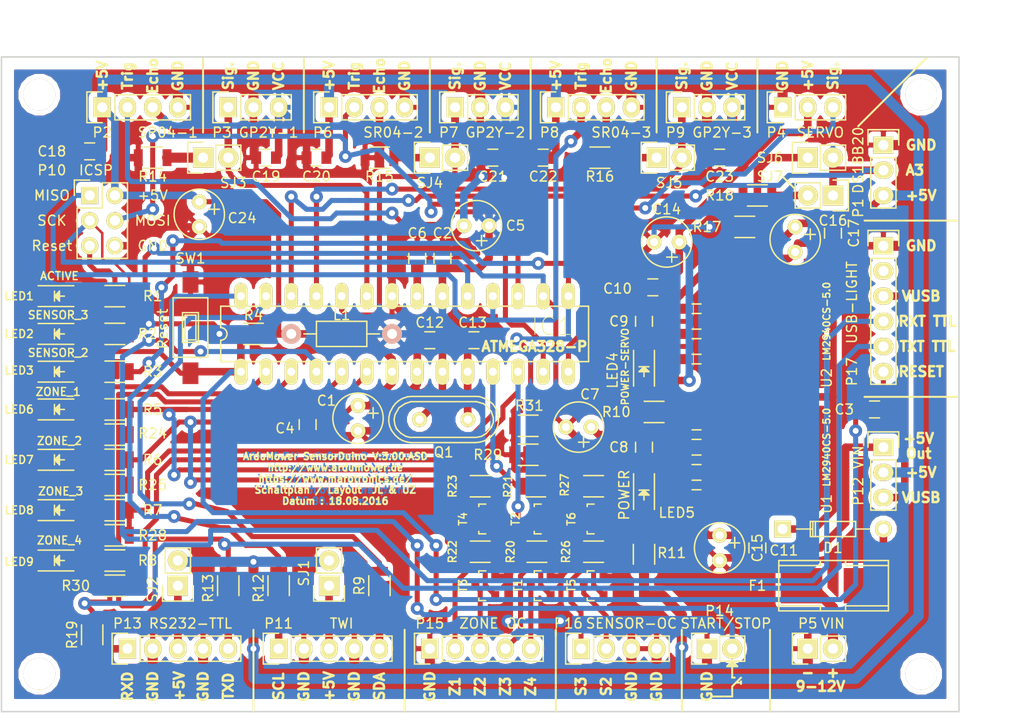
<source format=kicad_pcb>
(kicad_pcb (version 20160815) (host pcbnew "(2017-01-09 revision c2fb336)-makepkg")
  (title_block (title "ArduMower SensorDuino") (date 2016-08-18) (rev 3.00.ASD) (company "Schaltplan / Layout  JL & UZ"))
  (layers (0 F.Cu signal) (31 B.Cu signal) (34 B.Paste user) (35 F.Paste user) (36 B.SilkS user) (37 F.SilkS user) (38 B.Mask user) (39 F.Mask user) (44 Edge.Cuts user))
  (net 0 "")
  (net 1 Reset)
  (net 2 RXD_TTL)
  (net 3 TXD_TTL)
  (net 4 GND)
  (net 5 MISO)
  (net 6 SCK)
  (net 7 ADC0)
  (net 8 ADC1)
  (net 9 SCL)
  (net 10 +5V)
  (net 11 VCC)
  (net 12 SDA)
  (net 13 "Net-(C12-Pad1)")
  (net 14 "Net-(C13-Pad1)")
  (net 15 "Net-(C11-Pad1)")
  (net 16 "Net-(D1-Pad2)")
  (net 17 "Net-(F1-Pad1)")
  (net 18 VUSB)
  (net 19 MOSI)
  (net 20 "Net-(C3-Pad1)")
  (net 21 "Net-(C6-Pad1)")
  (net 22 "Net-(C7-Pad1)")
  (net 23 +5V-SERVO)
  (net 24 START-STOP)
  (net 25 ZONE-1)
  (net 26 ZONE-2)
  (net 27 ZONE-3)
  (net 28 ZONE-4)
  (net 29 TRIG)
  (net 30 SERVO)
  (net 31 SENSOR-2)
  (net 32 SENSOR-3)
  (net 33 ADC2)
  (net 34 ADC3)
  (net 35 "Net-(R14-Pad2)")
  (net 36 "Net-(R15-Pad2)")
  (net 37 "Net-(R16-Pad2)")
  (net 38 "Net-(R17-Pad2)")
  (net 39 "Net-(R18-Pad2)")
  (net 40 "Net-(R20-Pad1)")
  (net 41 "Net-(R21-Pad1)")
  (net 42 "Net-(R22-Pad1)")
  (net 43 "Net-(R23-Pad1)")
  (net 44 "Net-(R26-Pad1)")
  (net 45 "Net-(R27-Pad1)")
  (net 46 "Net-(LED1-Pad2)")
  (net 47 "Net-(LED2-Pad2)")
  (net 48 "Net-(LED3-Pad2)")
  (net 49 "Net-(LED4-Pad2)")
  (net 50 "Net-(LED5-Pad2)")
  (net 51 "Net-(LED6-Pad2)")
  (net 52 "Net-(LED7-Pad2)")
  (net 53 "Net-(LED8-Pad2)")
  (net 54 "Net-(LED9-Pad2)")
  (net 55 "Net-(P11-Pad1)")
  (net 56 "Net-(P11-Pad3)")
  (net 57 "Net-(P11-Pad5)")
  (net 58 "Net-(P13-Pad1)")
  (net 59 "Net-(P13-Pad3)")
  (net 60 "Net-(P13-Pad5)")
  (net 61 "Net-(P15-Pad2)")
  (net 62 "Net-(P15-Pad3)")
  (net 63 "Net-(P15-Pad4)")
  (net 64 "Net-(P15-Pad5)")
  (net 65 "Net-(P16-Pad1)")
  (net 66 "Net-(P16-Pad2)")
  (module Capacitors_SMD:C_0805 (layer F.Cu) (at 49.53 94.615 180)
    (fp_text reference C18 (at 3.81 0 180) (layer F.SilkS))
    (fp_text value 100nF)
    (pad 1 smd rect (at -1 0 180) (size 1 1.25) (layers F.Cu F.Paste F.Mask) (net 10 +5V))
    (pad 2 smd rect (at 1 0 180) (size 1 1.25) (layers F.Cu F.Paste F.Mask) (net 4 GND))
  )
  (module atmega8:atmega8-DIL28-3 (layer F.Cu) (at 81.28 113.03)
    (fp_text reference IC1 (at 14.859 -0.762 180) (layer F.SilkS) (effects (font (size 1.778 1.778) (thickness 0.0889))))
    (fp_text value ATMEGA328-P (at 13.081 1.27) (layer F.SilkS) (effects (font (thickness 0.25))))
    (pad 1 thru_hole oval (at -16.51 3.81) (size 1.3208 2.6416) (drill 0.8128) (layers *.Cu F.Paste F.SilkS F.Mask) (net 1 Reset))
    (pad 2 thru_hole oval (at -13.97 3.81) (size 1.3208 2.6416) (drill 0.8128) (layers *.Cu F.Paste F.SilkS F.Mask) (net 2 RXD_TTL))
    (pad 3 thru_hole oval (at -11.43 3.81) (size 1.3208 2.6416) (drill 0.8128) (layers *.Cu F.Paste F.SilkS F.Mask) (net 3 TXD_TTL))
    (pad 4 thru_hole oval (at -8.89 3.81) (size 1.3208 2.6416) (drill 0.8128) (layers *.Cu F.Paste F.SilkS F.Mask) (net 24 START-STOP))
    (pad 5 thru_hole oval (at -6.35 3.81) (size 1.3208 2.6416) (drill 0.8128) (layers *.Cu F.Paste F.SilkS F.Mask) (net 25 ZONE-1))
    (pad 6 thru_hole oval (at -3.81 3.81) (size 1.3208 2.6416) (drill 0.8128) (layers *.Cu F.Paste F.SilkS F.Mask) (net 26 ZONE-2))
    (pad 7 thru_hole oval (at -1.27 3.81) (size 1.3208 2.6416) (drill 0.8128) (layers *.Cu F.Paste F.SilkS F.Mask) (net 10 +5V))
    (pad 8 thru_hole oval (at 1.27 3.81) (size 1.3208 2.6416) (drill 0.8128) (layers *.Cu F.Paste F.SilkS F.Mask) (net 4 GND))
    (pad 9 thru_hole oval (at 3.81 3.81) (size 1.3208 2.6416) (drill 0.8128) (layers *.Cu F.Paste F.SilkS F.Mask) (net 13 "Net-(C12-Pad1)"))
    (pad 10 thru_hole oval (at 6.35 3.81) (size 1.3208 2.6416) (drill 0.8128) (layers *.Cu F.Paste F.SilkS F.Mask) (net 14 "Net-(C13-Pad1)"))
    (pad 11 thru_hole oval (at 8.89 3.81) (size 1.3208 2.6416) (drill 0.8128) (layers *.Cu F.Paste F.SilkS F.Mask) (net 27 ZONE-3))
    (pad 12 thru_hole oval (at 11.43 3.81) (size 1.3208 2.6416) (drill 0.8128) (layers *.Cu F.Paste F.SilkS F.Mask) (net 28 ZONE-4))
    (pad 13 thru_hole oval (at 13.97 3.81) (size 1.3208 2.6416) (drill 0.8128) (layers *.Cu F.Paste F.SilkS F.Mask) (net 29 TRIG))
    (pad 14 thru_hole oval (at 16.51 3.81) (size 1.3208 2.6416) (drill 0.8128) (layers *.Cu F.Paste F.SilkS F.Mask) (net 30 SERVO))
    (pad 15 thru_hole oval (at 16.51 -3.81) (size 1.3208 2.6416) (drill 0.8128) (layers *.Cu F.Paste F.SilkS F.Mask) (net 31 SENSOR-2))
    (pad 16 thru_hole oval (at 13.97 -3.81) (size 1.3208 2.6416) (drill 0.8128) (layers *.Cu F.Paste F.SilkS F.Mask) (net 32 SENSOR-3))
    (pad 17 thru_hole oval (at 11.43 -3.81) (size 1.3208 2.6416) (drill 0.8128) (layers *.Cu F.Paste F.SilkS F.Mask) (net 19 MOSI))
    (pad 18 thru_hole oval (at 8.89 -3.81) (size 1.3208 2.6416) (drill 0.8128) (layers *.Cu F.Paste F.SilkS F.Mask) (net 5 MISO))
    (pad 19 thru_hole oval (at 6.35 -3.81) (size 1.3208 2.6416) (drill 0.8128) (layers *.Cu F.Paste F.SilkS F.Mask) (net 6 SCK))
    (pad 20 thru_hole oval (at 3.81 -3.81) (size 1.3208 2.6416) (drill 0.8128) (layers *.Cu F.Paste F.SilkS F.Mask) (net 11 VCC))
    (pad 21 thru_hole oval (at 1.27 -3.81) (size 1.3208 2.6416) (drill 0.8128) (layers *.Cu F.Paste F.SilkS F.Mask) (net 21 "Net-(C6-Pad1)"))
    (pad 22 thru_hole oval (at -1.27 -3.81) (size 1.3208 2.6416) (drill 0.8128) (layers *.Cu F.Paste F.SilkS F.Mask) (net 4 GND))
    (pad 23 thru_hole oval (at -3.81 -3.81) (size 1.3208 2.6416) (drill 0.8128) (layers *.Cu F.Paste F.SilkS F.Mask) (net 7 ADC0))
    (pad 24 thru_hole oval (at -6.35 -3.81) (size 1.3208 2.6416) (drill 0.8128) (layers *.Cu F.Paste F.SilkS F.Mask) (net 8 ADC1))
    (pad 25 thru_hole oval (at -8.89 -3.81) (size 1.3208 2.6416) (drill 0.8128) (layers *.Cu F.Paste F.SilkS F.Mask) (net 33 ADC2))
    (pad 26 thru_hole oval (at -11.43 -3.81) (size 1.3208 2.6416) (drill 0.8128) (layers *.Cu F.Paste F.SilkS F.Mask) (net 34 ADC3))
    (pad 27 thru_hole oval (at -13.97 -3.81) (size 1.3208 2.6416) (drill 0.8128) (layers *.Cu F.Paste F.SilkS F.Mask) (net 12 SDA))
    (pad 28 thru_hole oval (at -16.51 -3.81) (size 1.3208 2.6416) (drill 0.8128) (layers *.Cu F.Paste F.SilkS F.Mask) (net 9 SCL))
  )
  (module Diodes_ThroughHole:Diode_DO-35_SOD27_Horizontal_RM10 (layer F.Cu) (at 119.38 132.715)
    (fp_text reference D1 (at 5.08 1.905) (layer F.SilkS))
    (fp_text value 1N4004)
    (pad 2 thru_hole circle (at 10.16052 -0.00254 180) (size 1.69926 1.69926) (drill 1.016) (layers *.Cu *.Mask F.SilkS) (net 16 "Net-(D1-Pad2)"))
    (pad 1 thru_hole rect (at 0.00052 -0.00254 180) (size 1.69926 1.69926) (drill 1.016) (layers *.Cu *.Mask F.SilkS) (net 22 "Net-(C7-Pad1)"))
  )
  (module Resistors_ThroughHole:Resistor_Horizontal_RM10mm (layer F.Cu) (at 74.93 113.03)
    (fp_text reference L1 (at 0 -1.905) (layer F.SilkS))
    (fp_text value 10uH)
    (pad 1 thru_hole circle (at -5.08 0) (size 1.99898 1.99898) (drill 1.00076) (layers *.Cu *.SilkS *.Mask) (net 10 +5V))
    (pad 2 thru_hole circle (at 5.08 0) (size 1.99898 1.99898) (drill 1.00076) (layers *.Cu *.SilkS *.Mask) (net 11 VCC))
  )
  (module Crystals:Crystal_HC49-U_Vertical (layer F.Cu) (at 85.217 121.666 180)
    (fp_text reference Q1 (at 0 -3.302 180) (layer F.SilkS))
    (fp_text value 16MHz)
    (pad 1 thru_hole circle (at -2.44094 0 180) (size 1.50114 1.50114) (drill 0.8001) (layers *.Cu *.Mask F.SilkS) (net 14 "Net-(C13-Pad1)"))
    (pad 2 thru_hole circle (at 2.44094 0 180) (size 1.50114 1.50114) (drill 0.8001) (layers *.Cu *.Mask F.SilkS) (net 13 "Net-(C12-Pad1)"))
  )
  (module Pin_Headers:Pin_Header_Straight_1x02 (layer F.Cu) (at 73.66 138.43 180)
    (fp_text reference SJ1 (at 2.54 1.27 270) (layer F.SilkS))
    (fp_text value Jumper_NC_Small hide)
    (pad 1 thru_hole rect (at 0 0 180) (size 2.032 2.032) (drill 1.016) (layers *.Cu *.Mask F.SilkS) (net 56 "Net-(P11-Pad3)"))
    (pad 2 thru_hole oval (at 0 2.54 180) (size 2.032 2.032) (drill 1.016) (layers *.Cu *.Mask F.SilkS) (net 10 +5V))
  )
  (module Pin_Headers:Pin_Header_Straight_1x02 (layer F.Cu) (at 58.42 138.43 180)
    (fp_text reference SJ2 (at 2.54 -0.381 270) (layer F.SilkS))
    (fp_text value Jumper_NC_Small hide)
    (pad 1 thru_hole rect (at 0 0 180) (size 2.032 2.032) (drill 1.016) (layers *.Cu *.Mask F.SilkS) (net 59 "Net-(P13-Pad3)"))
    (pad 2 thru_hole oval (at 0 2.54 180) (size 2.032 2.032) (drill 1.016) (layers *.Cu *.Mask F.SilkS) (net 10 +5V))
  )
  (module Resistors_SMD:R_1206 (layer F.Cu) (at 52.07 109.22)
    (fp_text reference R1 (at 3.81 0 -180) (layer F.SilkS))
    (fp_text value 1K)
    (pad 1 smd rect (at -1.45 0) (size 0.9 1.7) (layers F.Cu F.Paste F.Mask) (net 46 "Net-(LED1-Pad2)"))
    (pad 2 smd rect (at 1.45 0) (size 0.9 1.7) (layers F.Cu F.Paste F.Mask) (net 6 SCK))
  )
  (module Resistors_SMD:R_1206 (layer F.Cu) (at 52.07 113.03)
    (fp_text reference R2 (at 3.302 0) (layer F.SilkS))
    (fp_text value 1K)
    (pad 1 smd rect (at -1.45 0) (size 0.9 1.7) (layers F.Cu F.Paste F.Mask) (net 47 "Net-(LED2-Pad2)"))
    (pad 2 smd rect (at 1.45 0) (size 0.9 1.7) (layers F.Cu F.Paste F.Mask) (net 32 SENSOR-3))
  )
  (module Resistors_SMD:R_1206 (layer F.Cu) (at 52.07 116.84)
    (fp_text reference R3 (at 3.81 0 180) (layer F.SilkS))
    (fp_text value 1K)
    (pad 1 smd rect (at -1.45 0) (size 0.9 1.7) (layers F.Cu F.Paste F.Mask) (net 48 "Net-(LED3-Pad2)"))
    (pad 2 smd rect (at 1.45 0) (size 0.9 1.7) (layers F.Cu F.Paste F.Mask) (net 31 SENSOR-2))
  )
  (module Resistors_SMD:R_1206 (layer F.Cu) (at 66.04 113.03)
    (fp_text reference R4 (at 0 -1.905) (layer F.SilkS))
    (fp_text value 1K)
    (pad 1 smd rect (at -1.45 0) (size 0.9 1.7) (layers F.Cu F.Paste F.Mask) (net 1 Reset))
    (pad 2 smd rect (at 1.45 0) (size 0.9 1.7) (layers F.Cu F.Paste F.Mask) (net 10 +5V))
  )
  (module Resistors_SMD:R_1206 (layer F.Cu) (at 52.07 120.65)
    (fp_text reference R5 (at 3.81 0) (layer F.SilkS))
    (fp_text value 1K)
    (pad 1 smd rect (at -1.45 0) (size 0.9 1.7) (layers F.Cu F.Paste F.Mask) (net 51 "Net-(LED6-Pad2)"))
    (pad 2 smd rect (at 1.45 0) (size 0.9 1.7) (layers F.Cu F.Paste F.Mask) (net 25 ZONE-1))
  )
  (module Resistors_SMD:R_1206 (layer F.Cu) (at 52.07 125.73)
    (fp_text reference R6 (at 3.81 0 -180) (layer F.SilkS))
    (fp_text value 1K)
    (pad 1 smd rect (at -1.45 0) (size 0.9 1.7) (layers F.Cu F.Paste F.Mask) (net 52 "Net-(LED7-Pad2)"))
    (pad 2 smd rect (at 1.45 0) (size 0.9 1.7) (layers F.Cu F.Paste F.Mask) (net 26 ZONE-2))
  )
  (module Resistors_SMD:R_1206 (layer F.Cu) (at 52.07 130.81)
    (fp_text reference R7 (at 3.81 0 -180) (layer F.SilkS))
    (fp_text value 1K)
    (pad 1 smd rect (at -1.45 0) (size 0.9 1.7) (layers F.Cu F.Paste F.Mask) (net 53 "Net-(LED8-Pad2)"))
    (pad 2 smd rect (at 1.45 0) (size 0.9 1.7) (layers F.Cu F.Paste F.Mask) (net 27 ZONE-3))
  )
  (module Resistors_SMD:R_1206 (layer F.Cu) (at 52.07 135.89)
    (fp_text reference R8 (at 3.302 0 -180) (layer F.SilkS))
    (fp_text value 1K)
    (pad 1 smd rect (at -1.45 0) (size 0.9 1.7) (layers F.Cu F.Paste F.Mask) (net 54 "Net-(LED9-Pad2)"))
    (pad 2 smd rect (at 1.45 0) (size 0.9 1.7) (layers F.Cu F.Paste F.Mask) (net 28 ZONE-4))
  )
  (module Resistors_SMD:R_1206 (layer F.Cu) (at 78.74 138.43 270)
    (fp_text reference R9 (at 0 2.032 90) (layer F.SilkS))
    (fp_text value 100)
    (pad 1 smd rect (at -1.45 0 270) (size 0.9 1.7) (layers F.Cu F.Paste F.Mask) (net 12 SDA))
    (pad 2 smd rect (at 1.45 0 270) (size 0.9 1.7) (layers F.Cu F.Paste F.Mask) (net 57 "Net-(P11-Pad5)"))
  )
  (module Resistors_SMD:R_1206 (layer F.Cu) (at 106.426 120.904 180)
    (fp_text reference R10 (at 3.81 0) (layer F.SilkS))
    (fp_text value 1K)
    (pad 1 smd rect (at -1.45 0 180) (size 0.9 1.7) (layers F.Cu F.Paste F.Mask) (net 23 +5V-SERVO))
    (pad 2 smd rect (at 1.45 0 180) (size 0.9 1.7) (layers F.Cu F.Paste F.Mask) (net 49 "Net-(LED4-Pad2)"))
  )
  (module Resistors_SMD:R_1206 (layer F.Cu) (at 105.41 135.255 90)
    (fp_text reference R11 (at 0.127 2.794 -180) (layer F.SilkS))
    (fp_text value 1K)
    (pad 1 smd rect (at -1.45 0 90) (size 0.9 1.7) (layers F.Cu F.Paste F.Mask) (net 10 +5V))
    (pad 2 smd rect (at 1.45 0 90) (size 0.9 1.7) (layers F.Cu F.Paste F.Mask) (net 50 "Net-(LED5-Pad2)"))
  )
  (module Resistors_SMD:R_1206 (layer F.Cu) (at 68.58 138.43 270)
    (fp_text reference R12 (at 0.254 2.032 90) (layer F.SilkS))
    (fp_text value 100)
    (pad 1 smd rect (at -1.45 0 270) (size 0.9 1.7) (layers F.Cu F.Paste F.Mask) (net 9 SCL))
    (pad 2 smd rect (at 1.45 0 270) (size 0.9 1.7) (layers F.Cu F.Paste F.Mask) (net 55 "Net-(P11-Pad1)"))
  )
  (module Resistors_SMD:R_1206 (layer F.Cu) (at 63.5 138.43 270)
    (fp_text reference R13 (at 0.254 2.032 90) (layer F.SilkS))
    (fp_text value 100)
    (pad 1 smd rect (at -1.45 0 270) (size 0.9 1.7) (layers F.Cu F.Paste F.Mask) (net 3 TXD_TTL))
    (pad 2 smd rect (at 1.45 0 270) (size 0.9 1.7) (layers F.Cu F.Paste F.Mask) (net 60 "Net-(P13-Pad5)"))
  )
  (module Resistors_SMD:R_1206 (layer F.Cu) (at 55.88 95.25)
    (fp_text reference R14 (at 0 1.905 180) (layer F.SilkS))
    (fp_text value 10K)
    (pad 1 smd rect (at -1.45 0) (size 0.9 1.7) (layers F.Cu F.Paste F.Mask) (net 4 GND))
    (pad 2 smd rect (at 1.45 0) (size 0.9 1.7) (layers F.Cu F.Paste F.Mask) (net 35 "Net-(R14-Pad2)"))
  )
  (module Resistors_SMD:R_1206 (layer F.Cu) (at 78.74 95.25)
    (fp_text reference R15 (at 0 1.905 -180) (layer F.SilkS))
    (fp_text value 10K)
    (pad 1 smd rect (at -1.45 0) (size 0.9 1.7) (layers F.Cu F.Paste F.Mask) (net 4 GND))
    (pad 2 smd rect (at 1.45 0) (size 0.9 1.7) (layers F.Cu F.Paste F.Mask) (net 36 "Net-(R15-Pad2)"))
  )
  (module Resistors_SMD:R_1206 (layer F.Cu) (at 100.965 95.25)
    (fp_text reference R16 (at 0 1.905 -180) (layer F.SilkS))
    (fp_text value 10K)
    (pad 1 smd rect (at -1.45 0) (size 0.9 1.7) (layers F.Cu F.Paste F.Mask) (net 4 GND))
    (pad 2 smd rect (at 1.45 0) (size 0.9 1.7) (layers F.Cu F.Paste F.Mask) (net 37 "Net-(R16-Pad2)"))
  )
  (module Capacitors_Elko_ThroughHole:Elko_vert_11x5mm_RM2.5 (layer F.Cu) (at 120.65 102.235 270)
    (fp_text reference C16 (at -0.635 -3.81) (layer F.SilkS))
    (fp_text value 10uF)
    (fp_line (start 0.2032 -1.524) (end 1.27 -1.524) (layer F.Cu) (width 0.15))
    (fp_line (start 0.762 -2.032) (end 0.762 -0.9906) (layer F.Cu) (width 0.15))
    (pad 2 thru_hole circle (at 2.54 0 270) (size 1.50114 1.50114) (drill 0.8001) (layers *.Cu *.Mask F.SilkS) (net 4 GND))
    (pad 1 thru_hole circle (at 0 0 270) (size 1.50114 1.50114) (drill 0.8001) (layers *.Cu *.Mask F.SilkS) (net 10 +5V))
  )
  (module ACS712:Bohrloch_3,2mm (layer F.Cu) (at 44.45 88.9)
    (fp_text reference B1 hide)
    (fp_text value Bohrloch hide)
    (pad 1 thru_hole circle (at 0 0) (size 3.2 3.2) (drill 3.2) (layers *.Cu *.Mask F.SilkS))
  )
  (module ACS712:Bohrloch_3,2mm (layer F.Cu) (at 44.45 147.32)
    (fp_text reference B2 hide)
    (fp_text value Bohrloch hide)
    (pad 1 thru_hole circle (at 0 0) (size 3.2 3.2) (drill 3.2) (layers *.Cu *.Mask F.SilkS))
  )
  (module ACS712:Bohrloch_3,2mm (layer F.Cu) (at 133.35 88.9)
    (fp_text reference B3 hide)
    (fp_text value Bohrloch hide)
    (pad 1 thru_hole circle (at 0 0) (size 3.2 3.2) (drill 3.2) (layers *.Cu *.Mask F.SilkS))
  )
  (module ACS712:Bohrloch_3,2mm (layer F.Cu) (at 133.35 147.32)
    (fp_text reference B4 hide)
    (fp_text value Bohrloch hide)
    (pad 1 thru_hole circle (at 0 0) (size 3.2 3.2) (drill 3.2) (layers *.Cu *.Mask F.SilkS))
  )
  (module Resistors_SMD:R_1206 (layer F.Cu) (at 115.57 102.235)
    (fp_text reference R17 (at -3.81 0 -180) (layer F.SilkS))
    (fp_text value 10K)
    (pad 1 smd rect (at -1.45 0) (size 0.9 1.7) (layers F.Cu F.Paste F.Mask) (net 4 GND))
    (pad 2 smd rect (at 1.45 0) (size 0.9 1.7) (layers F.Cu F.Paste F.Mask) (net 38 "Net-(R17-Pad2)"))
  )
  (module Buttons_Switches_SMD:SW_SPST_FSMSM (layer F.Cu) (at 59.69 112.395 90)
    (fp_text reference SW1 (at 6.985 0 180) (layer F.SilkS))
    (fp_text value Reset (at -0.127 -2.794 90) (layer F.SilkS))
    (pad 1 smd rect (at -4.60243 -0.00232 90) (size 2.18 1.6) (layers F.Cu F.Paste F.Mask) (net 1 Reset))
    (pad 2 smd rect (at 4.60243 0.00232 90) (size 2.18 1.6) (layers F.Cu F.Paste F.Mask) (net 4 GND))
  )
  (module Capacitors_SMD:C_0805 (layer F.Cu) (at 85.09 105.41 90)
    (fp_text reference C2 (at 2.54 0 180) (layer F.SilkS))
    (fp_text value 100nF)
    (pad 1 smd rect (at -1 0 90) (size 1 1.25) (layers F.Cu F.Paste F.Mask) (net 11 VCC))
    (pad 2 smd rect (at 1 0 90) (size 1 1.25) (layers F.Cu F.Paste F.Mask) (net 4 GND))
  )
  (module Capacitors_SMD:C_0805 (layer F.Cu) (at 128.651 120.65 180)
    (fp_text reference C3 (at 3.048 0 180) (layer F.SilkS))
    (fp_text value 100nF)
    (pad 1 smd rect (at -1 0 180) (size 1 1.25) (layers F.Cu F.Paste F.Mask) (net 20 "Net-(C3-Pad1)"))
    (pad 2 smd rect (at 1 0 180) (size 1 1.25) (layers F.Cu F.Paste F.Mask) (net 1 Reset))
  )
  (module Capacitors_SMD:C_0805 (layer F.Cu) (at 71.501 122.174 90)
    (fp_text reference C4 (at -0.381 -2.286 180) (layer F.SilkS))
    (fp_text value 100nF)
    (pad 1 smd rect (at -1 0 90) (size 1 1.25) (layers F.Cu F.Paste F.Mask) (net 4 GND))
    (pad 2 smd rect (at 1 0 90) (size 1 1.25) (layers F.Cu F.Paste F.Mask) (net 10 +5V))
  )
  (module Capacitors_SMD:C_0805 (layer F.Cu) (at 82.55 105.41 90)
    (fp_text reference C6 (at 2.54 0 180) (layer F.SilkS))
    (fp_text value 100nF)
    (pad 1 smd rect (at -1 0 90) (size 1 1.25) (layers F.Cu F.Paste F.Mask) (net 21 "Net-(C6-Pad1)"))
    (pad 2 smd rect (at 1 0 90) (size 1 1.25) (layers F.Cu F.Paste F.Mask) (net 4 GND))
  )
  (module Capacitors_SMD:C_0805 (layer F.Cu) (at 105.41 124.46 270)
    (fp_text reference C8 (at 0 2.54) (layer F.SilkS))
    (fp_text value 100nF)
    (pad 1 smd rect (at -1 0 270) (size 1 1.25) (layers F.Cu F.Paste F.Mask) (net 22 "Net-(C7-Pad1)"))
    (pad 2 smd rect (at 1 0 270) (size 1 1.25) (layers F.Cu F.Paste F.Mask) (net 4 GND))
  )
  (module Capacitors_SMD:C_0805 (layer F.Cu) (at 106.299 108.331 180)
    (fp_text reference C10 (at 3.556 -0.127 180) (layer F.SilkS))
    (fp_text value 100nF)
    (pad 1 smd rect (at -1 0 180) (size 1 1.25) (layers F.Cu F.Paste F.Mask) (net 23 +5V-SERVO))
    (pad 2 smd rect (at 1 0 180) (size 1 1.25) (layers F.Cu F.Paste F.Mask) (net 4 GND))
  )
  (module Capacitors_SMD:C_0805 (layer F.Cu) (at 116.84 134.62 270)
    (fp_text reference C11 (at 0.254 -2.667) (layer F.SilkS))
    (fp_text value 100nF)
    (pad 1 smd rect (at -1 0 270) (size 1 1.25) (layers F.Cu F.Paste F.Mask) (net 15 "Net-(C11-Pad1)"))
    (pad 2 smd rect (at 1 0 270) (size 1 1.25) (layers F.Cu F.Paste F.Mask) (net 4 GND))
  )
  (module Capacitors_SMD:C_0805 (layer F.Cu) (at 83.82 113.665 180)
    (fp_text reference C12 (at 0 1.778 180) (layer F.SilkS))
    (fp_text value 27pF)
    (pad 1 smd rect (at -1 0 180) (size 1 1.25) (layers F.Cu F.Paste F.Mask) (net 13 "Net-(C12-Pad1)"))
    (pad 2 smd rect (at 1 0 180) (size 1 1.25) (layers F.Cu F.Paste F.Mask) (net 4 GND))
  )
  (module Capacitors_SMD:C_0805 (layer F.Cu) (at 88.265 113.665)
    (fp_text reference C13 (at -0.127 -1.778) (layer F.SilkS))
    (fp_text value 27pF)
    (pad 1 smd rect (at -1 0) (size 1 1.25) (layers F.Cu F.Paste F.Mask) (net 14 "Net-(C13-Pad1)"))
    (pad 2 smd rect (at 1 0) (size 1 1.25) (layers F.Cu F.Paste F.Mask) (net 4 GND))
  )
  (module Resistors_SMD:R_1206 (layer F.Cu) (at 116.84 99.06)
    (fp_text reference R18 (at -3.81 0) (layer F.SilkS))
    (fp_text value 4K7)
    (pad 1 smd rect (at -1.45 0) (size 0.9 1.7) (layers F.Cu F.Paste F.Mask) (net 10 +5V))
    (pad 2 smd rect (at 1.45 0) (size 0.9 1.7) (layers F.Cu F.Paste F.Mask) (net 39 "Net-(R18-Pad2)"))
  )
  (module Resistors_SMD:R_1206 (layer F.Cu) (at 49.784 143.383 270)
    (fp_text reference R19 (at 0 2.032 270) (layer F.SilkS))
    (fp_text value 100)
    (pad 1 smd rect (at -1.45 0 270) (size 0.9 1.7) (layers F.Cu F.Paste F.Mask) (net 2 RXD_TTL))
    (pad 2 smd rect (at 1.45 0 270) (size 0.9 1.7) (layers F.Cu F.Paste F.Mask) (net 58 "Net-(P13-Pad1)"))
  )
  (module Capacitors_SMD:C_0805 (layer F.Cu) (at 113.03 95.25)
    (fp_text reference C23 (at 0 1.905 180) (layer F.SilkS))
    (fp_text value 100nF)
    (pad 1 smd rect (at -1 0) (size 1 1.25) (layers F.Cu F.Paste F.Mask) (net 4 GND))
    (pad 2 smd rect (at 1 0) (size 1 1.25) (layers F.Cu F.Paste F.Mask) (net 11 VCC))
  )
  (module TO_SOT_Packages_SMD:SOT-23 (layer F.Cu) (at 94.996 138.43 90)
    (fp_text reference T1 (at 0 -2.286 90) (layer F.SilkS) (effects (font (size 0.8 0.8))))
    (fp_text value BC847B)
    (pad 1 smd rect (at -0.95 1.00076 90) (size 0.8001 0.8001) (layers F.Cu F.Paste F.Mask) (net 40 "Net-(R20-Pad1)"))
    (pad 2 smd rect (at 0.95 1.00076 90) (size 0.8001 0.8001) (layers F.Cu F.Paste F.Mask) (net 4 GND))
    (pad 3 smd rect (at 0 -0.99822 90) (size 0.8001 0.8001) (layers F.Cu F.Paste F.Mask) (net 64 "Net-(P15-Pad5)"))
  )
  (module TO_SOT_Packages_SMD:SOT-23 (layer F.Cu) (at 94.996 131.699 90)
    (fp_text reference T2 (at 0 -2.54 90) (layer F.SilkS) (effects (font (size 0.8 0.8))))
    (fp_text value BC847B)
    (pad 1 smd rect (at -0.95 1.00076 90) (size 0.8001 0.8001) (layers F.Cu F.Paste F.Mask) (net 41 "Net-(R21-Pad1)"))
    (pad 2 smd rect (at 0.95 1.00076 90) (size 0.8001 0.8001) (layers F.Cu F.Paste F.Mask) (net 4 GND))
    (pad 3 smd rect (at 0 -0.99822 90) (size 0.8001 0.8001) (layers F.Cu F.Paste F.Mask) (net 63 "Net-(P15-Pad4)"))
  )
  (module SMD_Packages:Fuse_SMD (layer F.Cu) (at 124.46 138.43 90)
    (fp_text reference F1 (at 0 -7.62 180) (layer F.SilkS))
    (fp_text value PTC)
    (pad 1 smd rect (at 0 -3.175 90) (size 3.556 4.191) (layers F.Cu F.Paste F.Mask) (net 17 "Net-(F1-Pad1)"))
    (pad 2 smd rect (at 0 3.175 90) (size 3.556 4.191) (layers F.Cu F.Paste F.Mask) (net 16 "Net-(D1-Pad2)"))
  )
  (module Capacitors_Elko_ThroughHole:Elko_vert_11x5mm_RM2.5 (layer F.Cu) (at 76.581 120.269 270)
    (fp_text reference C1 (at -0.508 3.175) (layer F.SilkS))
    (fp_text value 10uF)
    (fp_line (start 0.2032 -1.524) (end 1.27 -1.524) (layer F.Cu) (width 0.15))
    (fp_line (start 0.762 -2.032) (end 0.762 -0.9906) (layer F.Cu) (width 0.15))
    (pad 2 thru_hole circle (at 2.54 0 270) (size 1.50114 1.50114) (drill 0.8001) (layers *.Cu *.Mask F.SilkS) (net 4 GND))
    (pad 1 thru_hole circle (at 0 0 270) (size 1.50114 1.50114) (drill 0.8001) (layers *.Cu *.Mask F.SilkS) (net 10 +5V))
  )
  (module Capacitors_Elko_ThroughHole:Elko_vert_11x5mm_RM2.5 (layer F.Cu) (at 89.789 102.108 180)
    (fp_text reference C5 (at -2.667 0) (layer F.SilkS))
    (fp_text value 10uF)
    (fp_line (start 0.2032 -1.524) (end 1.27 -1.524) (layer F.Cu) (width 0.15))
    (fp_line (start 0.762 -2.032) (end 0.762 -0.9906) (layer F.Cu) (width 0.15))
    (pad 2 thru_hole circle (at 2.54 0 180) (size 1.50114 1.50114) (drill 0.8001) (layers *.Cu *.Mask F.SilkS) (net 4 GND))
    (pad 1 thru_hole circle (at 0 0 180) (size 1.50114 1.50114) (drill 0.8001) (layers *.Cu *.Mask F.SilkS) (net 11 VCC))
  )
  (module Capacitors_Elko_ThroughHole:Elko_vert_11x5mm_RM2.5 (layer F.Cu) (at 100.076 122.428 180)
    (fp_text reference C7 (at 0.127 3.302 180) (layer F.SilkS))
    (fp_text value 22uF)
    (fp_line (start 0.2032 -1.524) (end 1.27 -1.524) (layer F.Cu) (width 0.15))
    (fp_line (start 0.762 -2.032) (end 0.762 -0.9906) (layer F.Cu) (width 0.15))
    (pad 2 thru_hole circle (at 2.54 0 180) (size 1.50114 1.50114) (drill 0.8001) (layers *.Cu *.Mask F.SilkS) (net 4 GND))
    (pad 1 thru_hole circle (at 0 0 180) (size 1.50114 1.50114) (drill 0.8001) (layers *.Cu *.Mask F.SilkS) (net 22 "Net-(C7-Pad1)"))
  )
  (module Capacitors_SMD:C_0805 (layer F.Cu) (at 105.41 111.76 270)
    (fp_text reference C9 (at 0 2.54) (layer F.SilkS))
    (fp_text value 100nF)
    (pad 1 smd rect (at -1 0 270) (size 1 1.25) (layers F.Cu F.Paste F.Mask) (net 22 "Net-(C7-Pad1)"))
    (pad 2 smd rect (at 1 0 270) (size 1 1.25) (layers F.Cu F.Paste F.Mask) (net 4 GND))
  )
  (module Capacitors_Elko_ThroughHole:Elko_vert_11x5mm_RM2.5 (layer F.Cu) (at 108.966 103.759 180)
    (fp_text reference C14 (at 1.27 3.302 180) (layer F.SilkS))
    (fp_text value 22uF)
    (fp_line (start 0.2032 -1.524) (end 1.27 -1.524) (layer F.Cu) (width 0.15))
    (fp_line (start 0.762 -2.032) (end 0.762 -0.9906) (layer F.Cu) (width 0.15))
    (pad 2 thru_hole circle (at 2.54 0 180) (size 1.50114 1.50114) (drill 0.8001) (layers *.Cu *.Mask F.SilkS) (net 4 GND))
    (pad 1 thru_hole circle (at 0 0 180) (size 1.50114 1.50114) (drill 0.8001) (layers *.Cu *.Mask F.SilkS) (net 23 +5V-SERVO))
  )
  (module Capacitors_Elko_ThroughHole:Elko_vert_11x5mm_RM2.5 (layer F.Cu) (at 113.03 133.35 270)
    (fp_text reference C15 (at 1.27 -3.81 270) (layer F.SilkS))
    (fp_text value 22uF)
    (fp_line (start 0.2032 -1.524) (end 1.27 -1.524) (layer F.Cu) (width 0.15))
    (fp_line (start 0.762 -2.032) (end 0.762 -0.9906) (layer F.Cu) (width 0.15))
    (pad 2 thru_hole circle (at 2.54 0 270) (size 1.50114 1.50114) (drill 0.8001) (layers *.Cu *.Mask F.SilkS) (net 4 GND))
    (pad 1 thru_hole circle (at 0 0 270) (size 1.50114 1.50114) (drill 0.8001) (layers *.Cu *.Mask F.SilkS) (net 15 "Net-(C11-Pad1)"))
  )
  (module Capacitors_SMD:C_0805 (layer F.Cu) (at 124.46 102.87 270)
    (fp_text reference C17 (at 0 -2.1 270) (layer F.SilkS))
    (fp_text value 100nF)
    (pad 1 smd rect (at -1 0 270) (size 1 1.25) (layers F.Cu F.Paste F.Mask) (net 10 +5V))
    (pad 2 smd rect (at 1 0 270) (size 1 1.25) (layers F.Cu F.Paste F.Mask) (net 4 GND))
  )
  (module Capacitors_SMD:C_0805 (layer F.Cu) (at 67.31 95.25)
    (fp_text reference C19 (at 0 1.905) (layer F.SilkS))
    (fp_text value 100nF)
    (pad 1 smd rect (at -1 0) (size 1 1.25) (layers F.Cu F.Paste F.Mask) (net 4 GND))
    (pad 2 smd rect (at 1 0) (size 1 1.25) (layers F.Cu F.Paste F.Mask) (net 11 VCC))
  )
  (module Capacitors_SMD:C_0805 (layer F.Cu) (at 72.39 95.25 180)
    (fp_text reference C20 (at 0 -1.905 180) (layer F.SilkS))
    (fp_text value 100nF)
    (pad 1 smd rect (at -1 0 180) (size 1 1.25) (layers F.Cu F.Paste F.Mask) (net 10 +5V))
    (pad 2 smd rect (at 1 0 180) (size 1 1.25) (layers F.Cu F.Paste F.Mask) (net 4 GND))
  )
  (module Capacitors_SMD:C_0805 (layer F.Cu) (at 90.17 95.25)
    (fp_text reference C21 (at 0 1.905) (layer F.SilkS))
    (fp_text value 100nF)
    (pad 1 smd rect (at -1 0) (size 1 1.25) (layers F.Cu F.Paste F.Mask) (net 4 GND))
    (pad 2 smd rect (at 1 0) (size 1 1.25) (layers F.Cu F.Paste F.Mask) (net 11 VCC))
  )
  (module Capacitors_SMD:C_0805 (layer F.Cu) (at 95.25 95.25 180)
    (fp_text reference C22 (at 0 -1.905 180) (layer F.SilkS))
    (fp_text value 100nF)
    (pad 1 smd rect (at -1 0 180) (size 1 1.25) (layers F.Cu F.Paste F.Mask) (net 10 +5V))
    (pad 2 smd rect (at 1 0 180) (size 1 1.25) (layers F.Cu F.Paste F.Mask) (net 4 GND))
  )
  (module Capacitors_Elko_ThroughHole:Elko_vert_11x5mm_RM2.5 (layer F.Cu) (at 60.579 99.695 270)
    (fp_text reference C24 (at 1.651 -4.318) (layer F.SilkS))
    (fp_text value 10uF)
    (fp_line (start 0.2032 -1.524) (end 1.27 -1.524) (layer F.Cu) (width 0.15))
    (fp_line (start 0.762 -2.032) (end 0.762 -0.9906) (layer F.Cu) (width 0.15))
    (pad 2 thru_hole circle (at 2.54 0 270) (size 1.50114 1.50114) (drill 0.8001) (layers *.Cu *.Mask F.SilkS) (net 4 GND))
    (pad 1 thru_hole circle (at 0 0 270) (size 1.50114 1.50114) (drill 0.8001) (layers *.Cu *.Mask F.SilkS) (net 10 +5V))
  )
  (module Pin_Headers:Pin_Header_Straight_1x03 (layer F.Cu) (at 129.54 93.98)
    (fp_text reference P1 (at -2.54 6.35 90) (layer F.SilkS))
    (fp_text value DS18B20 (at -2.54 1.524 90) (layer F.SilkS))
    (pad 1 thru_hole rect (at 0 0) (size 2.032 1.7272) (drill 1.016) (layers *.Cu *.Mask F.SilkS) (net 4 GND))
    (pad 2 thru_hole oval (at 0 2.54) (size 2.032 1.7272) (drill 1.016) (layers *.Cu *.Mask F.SilkS) (net 34 ADC3))
    (pad 3 thru_hole oval (at 0 5.08) (size 2.032 1.7272) (drill 1.016) (layers *.Cu *.Mask F.SilkS) (net 10 +5V))
  )
  (module Pin_Headers:Pin_Header_Straight_1x04 (layer F.Cu) (at 50.8 90.17 90)
    (fp_text reference P2 (at -2.54 0 180) (layer F.SilkS))
    (fp_text value SR04-1 (at -2.54 6.604 180) (layer F.SilkS))
    (pad 1 thru_hole rect (at 0 0 90) (size 2.032 1.7272) (drill 1.016) (layers *.Cu *.Mask F.SilkS) (net 10 +5V))
    (pad 2 thru_hole oval (at 0 2.54 90) (size 2.032 1.7272) (drill 1.016) (layers *.Cu *.Mask F.SilkS) (net 29 TRIG))
    (pad 3 thru_hole oval (at 0 5.08 90) (size 2.032 1.7272) (drill 1.016) (layers *.Cu *.Mask F.SilkS) (net 7 ADC0))
    (pad 4 thru_hole oval (at 0 7.62 90) (size 2.032 1.7272) (drill 1.016) (layers *.Cu *.Mask F.SilkS) (net 4 GND))
  )
  (module Pin_Headers:Pin_Header_Straight_1x03 (layer F.Cu) (at 63.5 90.17 90)
    (fp_text reference P3 (at -2.54 -0.635 180) (layer F.SilkS))
    (fp_text value GP2Y-1 (at -2.54 4.064) (layer F.SilkS))
    (pad 1 thru_hole rect (at 0 0 90) (size 2.032 1.7272) (drill 1.016) (layers *.Cu *.Mask F.SilkS) (net 7 ADC0))
    (pad 2 thru_hole oval (at 0 2.54 90) (size 2.032 1.7272) (drill 1.016) (layers *.Cu *.Mask F.SilkS) (net 4 GND))
    (pad 3 thru_hole oval (at 0 5.08 90) (size 2.032 1.7272) (drill 1.016) (layers *.Cu *.Mask F.SilkS) (net 11 VCC))
  )
  (module Pin_Headers:Pin_Header_Straight_1x03 (layer F.Cu) (at 119.38 90.17 90)
    (fp_text reference P4 (at -2.54 -0.635 180) (layer F.SilkS))
    (fp_text value SERVO (at -2.54 3.81 180) (layer F.SilkS))
    (pad 1 thru_hole rect (at 0 0 90) (size 2.032 1.7272) (drill 1.016) (layers *.Cu *.Mask F.SilkS) (net 4 GND))
    (pad 2 thru_hole oval (at 0 2.54 90) (size 2.032 1.7272) (drill 1.016) (layers *.Cu *.Mask F.SilkS) (net 23 +5V-SERVO))
    (pad 3 thru_hole oval (at 0 5.08 90) (size 2.032 1.7272) (drill 1.016) (layers *.Cu *.Mask F.SilkS) (net 30 SERVO))
  )
  (module Pin_Headers:Pin_Header_Straight_1x02 (layer F.Cu) (at 121.92 144.78 90)
    (fp_text reference P5 (at 2.54 0) (layer F.SilkS))
    (fp_text value VIN (at 2.54 2.54 180) (layer F.SilkS))
    (pad 1 thru_hole rect (at 0 0 90) (size 2.032 2.032) (drill 1.016) (layers *.Cu *.Mask F.SilkS) (net 4 GND))
    (pad 2 thru_hole oval (at 0 2.54 90) (size 2.032 2.032) (drill 1.016) (layers *.Cu *.Mask F.SilkS) (net 17 "Net-(F1-Pad1)"))
  )
  (module Pin_Headers:Pin_Header_Straight_1x04 (layer F.Cu) (at 73.66 90.17 90)
    (fp_text reference P6 (at -2.54 -0.635 180) (layer F.SilkS))
    (fp_text value SR04-2 (at -2.54 6.477 180) (layer F.SilkS))
    (pad 1 thru_hole rect (at 0 0 90) (size 2.032 1.7272) (drill 1.016) (layers *.Cu *.Mask F.SilkS) (net 10 +5V))
    (pad 2 thru_hole oval (at 0 2.54 90) (size 2.032 1.7272) (drill 1.016) (layers *.Cu *.Mask F.SilkS) (net 19 MOSI))
    (pad 3 thru_hole oval (at 0 5.08 90) (size 2.032 1.7272) (drill 1.016) (layers *.Cu *.Mask F.SilkS) (net 8 ADC1))
    (pad 4 thru_hole oval (at 0 7.62 90) (size 2.032 1.7272) (drill 1.016) (layers *.Cu *.Mask F.SilkS) (net 4 GND))
  )
  (module Pin_Headers:Pin_Header_Straight_1x03 (layer F.Cu) (at 86.36 90.17 90)
    (fp_text reference P7 (at -2.54 -0.635 180) (layer F.SilkS))
    (fp_text value GP2Y-2 (at -2.54 4.064 180) (layer F.SilkS))
    (pad 1 thru_hole rect (at 0 0 90) (size 2.032 1.7272) (drill 1.016) (layers *.Cu *.Mask F.SilkS) (net 8 ADC1))
    (pad 2 thru_hole oval (at 0 2.54 90) (size 2.032 1.7272) (drill 1.016) (layers *.Cu *.Mask F.SilkS) (net 4 GND))
    (pad 3 thru_hole oval (at 0 5.08 90) (size 2.032 1.7272) (drill 1.016) (layers *.Cu *.Mask F.SilkS) (net 11 VCC))
  )
  (module Pin_Headers:Pin_Header_Straight_1x04 (layer F.Cu) (at 96.52 90.17 90)
    (fp_text reference P8 (at -2.54 -0.635 180) (layer F.SilkS))
    (fp_text value SR04-3 (at -2.54 6.604 180) (layer F.SilkS))
    (pad 1 thru_hole rect (at 0 0 90) (size 2.032 1.7272) (drill 1.016) (layers *.Cu *.Mask F.SilkS) (net 10 +5V))
    (pad 2 thru_hole oval (at 0 2.54 90) (size 2.032 1.7272) (drill 1.016) (layers *.Cu *.Mask F.SilkS) (net 5 MISO))
    (pad 3 thru_hole oval (at 0 5.08 90) (size 2.032 1.7272) (drill 1.016) (layers *.Cu *.Mask F.SilkS) (net 33 ADC2))
    (pad 4 thru_hole oval (at 0 7.62 90) (size 2.032 1.7272) (drill 1.016) (layers *.Cu *.Mask F.SilkS) (net 4 GND))
  )
  (module Pin_Headers:Pin_Header_Straight_1x03 (layer F.Cu) (at 109.22 90.17 90)
    (fp_text reference P9 (at -2.54 -0.635 180) (layer F.SilkS))
    (fp_text value GP2Y-3 (at -2.54 4.064 180) (layer F.SilkS))
    (pad 1 thru_hole rect (at 0 0 90) (size 2.032 1.7272) (drill 1.016) (layers *.Cu *.Mask F.SilkS) (net 33 ADC2))
    (pad 2 thru_hole oval (at 0 2.54 90) (size 2.032 1.7272) (drill 1.016) (layers *.Cu *.Mask F.SilkS) (net 4 GND))
    (pad 3 thru_hole oval (at 0 5.08 90) (size 2.032 1.7272) (drill 1.016) (layers *.Cu *.Mask F.SilkS) (net 11 VCC))
  )
  (module Resistors_SMD:R_1206 (layer F.Cu) (at 94.615 135.001 180)
    (fp_text reference R20 (at 2.667 0 270) (layer F.SilkS) (effects (font (size 0.8 0.8))))
    (fp_text value 2K7)
    (pad 1 smd rect (at -1.45 0 180) (size 0.9 1.7) (layers F.Cu F.Paste F.Mask) (net 40 "Net-(R20-Pad1)"))
    (pad 2 smd rect (at 1.45 0 180) (size 0.9 1.7) (layers F.Cu F.Paste F.Mask) (net 28 ZONE-4))
  )
  (module Resistors_SMD:R_1206 (layer F.Cu) (at 94.488 128.397 180)
    (fp_text reference R21 (at 2.794 0 270) (layer F.SilkS) (effects (font (size 0.8 0.8))))
    (fp_text value 2K7)
    (pad 1 smd rect (at -1.45 0 180) (size 0.9 1.7) (layers F.Cu F.Paste F.Mask) (net 41 "Net-(R21-Pad1)"))
    (pad 2 smd rect (at 1.45 0 180) (size 0.9 1.7) (layers F.Cu F.Paste F.Mask) (net 27 ZONE-3))
  )
  (module Resistors_SMD:R_1206 (layer F.Cu) (at 88.9 135.001 180)
    (fp_text reference R22 (at 2.794 0 270) (layer F.SilkS) (effects (font (size 0.8 0.8))))
    (fp_text value 2K7)
    (pad 1 smd rect (at -1.45 0 180) (size 0.9 1.7) (layers F.Cu F.Paste F.Mask) (net 42 "Net-(R22-Pad1)"))
    (pad 2 smd rect (at 1.45 0 180) (size 0.9 1.7) (layers F.Cu F.Paste F.Mask) (net 26 ZONE-2))
  )
  (module Resistors_SMD:R_1206 (layer F.Cu) (at 88.9 128.397 180)
    (fp_text reference R23 (at 2.794 0 270) (layer F.SilkS) (effects (font (size 0.8 0.8))))
    (fp_text value 2K7)
    (pad 1 smd rect (at -1.45 0 180) (size 0.9 1.7) (layers F.Cu F.Paste F.Mask) (net 43 "Net-(R23-Pad1)"))
    (pad 2 smd rect (at 1.45 0 180) (size 0.9 1.7) (layers F.Cu F.Paste F.Mask) (net 25 ZONE-1))
  )
  (module Resistors_SMD:R_1206 (layer F.Cu) (at 52.07 123.19 180)
    (fp_text reference R24 (at -3.81 0.127 180) (layer F.SilkS))
    (fp_text value 10K)
    (pad 1 smd rect (at -1.45 0 180) (size 0.9 1.7) (layers F.Cu F.Paste F.Mask) (net 25 ZONE-1))
    (pad 2 smd rect (at 1.45 0 180) (size 0.9 1.7) (layers F.Cu F.Paste F.Mask) (net 4 GND))
  )
  (module Resistors_SMD:R_1206 (layer F.Cu) (at 52.07 128.27 180)
    (fp_text reference R25 (at -3.81 0 180) (layer F.SilkS))
    (fp_text value 10K)
    (pad 1 smd rect (at -1.45 0 180) (size 0.9 1.7) (layers F.Cu F.Paste F.Mask) (net 26 ZONE-2))
    (pad 2 smd rect (at 1.45 0 180) (size 0.9 1.7) (layers F.Cu F.Paste F.Mask) (net 4 GND))
  )
  (module Resistors_SMD:R_1206 (layer F.Cu) (at 100.33 135.001 180)
    (fp_text reference R26 (at 2.794 0 270) (layer F.SilkS) (effects (font (size 0.8 0.8))))
    (fp_text value 2K7)
    (pad 1 smd rect (at -1.45 0 180) (size 0.9 1.7) (layers F.Cu F.Paste F.Mask) (net 44 "Net-(R26-Pad1)"))
    (pad 2 smd rect (at 1.45 0 180) (size 0.9 1.7) (layers F.Cu F.Paste F.Mask) (net 31 SENSOR-2))
  )
  (module Resistors_SMD:R_1206 (layer F.Cu) (at 100.33 128.397 180)
    (fp_text reference R27 (at 2.921 0.127 270) (layer F.SilkS) (effects (font (size 0.8 0.8))))
    (fp_text value 2K7)
    (pad 1 smd rect (at -1.45 0 180) (size 0.9 1.7) (layers F.Cu F.Paste F.Mask) (net 45 "Net-(R27-Pad1)"))
    (pad 2 smd rect (at 1.45 0 180) (size 0.9 1.7) (layers F.Cu F.Paste F.Mask) (net 32 SENSOR-3))
  )
  (module Resistors_SMD:R_1206 (layer F.Cu) (at 52.07 133.35 180)
    (fp_text reference R28 (at -3.81 0 180) (layer F.SilkS))
    (fp_text value 10K)
    (pad 1 smd rect (at -1.45 0 180) (size 0.9 1.7) (layers F.Cu F.Paste F.Mask) (net 27 ZONE-3))
    (pad 2 smd rect (at 1.45 0 180) (size 0.9 1.7) (layers F.Cu F.Paste F.Mask) (net 4 GND))
  )
  (module Resistors_SMD:R_1206 (layer F.Cu) (at 93.726 125.222 180)
    (fp_text reference R29 (at 4.064 0 180) (layer F.SilkS))
    (fp_text value 10K)
    (pad 1 smd rect (at -1.45 0 180) (size 0.9 1.7) (layers F.Cu F.Paste F.Mask) (net 31 SENSOR-2))
    (pad 2 smd rect (at 1.45 0 180) (size 0.9 1.7) (layers F.Cu F.Paste F.Mask) (net 4 GND))
  )
  (module Resistors_SMD:R_1206 (layer F.Cu) (at 52.07 138.43 180)
    (fp_text reference R30 (at 3.937 0 180) (layer F.SilkS))
    (fp_text value 10K)
    (pad 1 smd rect (at -1.45 0 180) (size 0.9 1.7) (layers F.Cu F.Paste F.Mask) (net 28 ZONE-4))
    (pad 2 smd rect (at 1.45 0 180) (size 0.9 1.7) (layers F.Cu F.Paste F.Mask) (net 4 GND))
  )
  (module Resistors_SMD:R_1206 (layer F.Cu) (at 93.726 122.301 180)
    (fp_text reference R31 (at -0.127 2.032 180) (layer F.SilkS))
    (fp_text value 10K)
    (pad 1 smd rect (at -1.45 0 180) (size 0.9 1.7) (layers F.Cu F.Paste F.Mask) (net 32 SENSOR-3))
    (pad 2 smd rect (at 1.45 0 180) (size 0.9 1.7) (layers F.Cu F.Paste F.Mask) (net 4 GND))
  )
  (module Pin_Headers:Pin_Header_Straight_1x02 (layer F.Cu) (at 60.96 95.25 90)
    (fp_text reference SJ3 (at -2.54 3.048 180) (layer F.SilkS))
    (fp_text value Jumper_NC_Small hide)
    (pad 1 thru_hole rect (at 0 0 90) (size 2.032 2.032) (drill 1.016) (layers *.Cu *.Mask F.SilkS) (net 35 "Net-(R14-Pad2)"))
    (pad 2 thru_hole oval (at 0 2.54 90) (size 2.032 2.032) (drill 1.016) (layers *.Cu *.Mask F.SilkS) (net 7 ADC0))
  )
  (module Pin_Headers:Pin_Header_Straight_1x02 (layer F.Cu) (at 83.82 95.25 90)
    (fp_text reference SJ4 (at -2.54 0 180) (layer F.SilkS))
    (fp_text value Jumper_NC_Small hide)
    (pad 1 thru_hole rect (at 0 0 90) (size 2.032 2.032) (drill 1.016) (layers *.Cu *.Mask F.SilkS) (net 36 "Net-(R15-Pad2)"))
    (pad 2 thru_hole oval (at 0 2.54 90) (size 2.032 2.032) (drill 1.016) (layers *.Cu *.Mask F.SilkS) (net 8 ADC1))
  )
  (module Pin_Headers:Pin_Header_Straight_1x02 (layer F.Cu) (at 106.68 95.25 90)
    (fp_text reference SJ5 (at -2.54 1.27 180) (layer F.SilkS))
    (fp_text value Jumper_NC_Small hide)
    (pad 1 thru_hole rect (at 0 0 90) (size 2.032 2.032) (drill 1.016) (layers *.Cu *.Mask F.SilkS) (net 37 "Net-(R16-Pad2)"))
    (pad 2 thru_hole oval (at 0 2.54 90) (size 2.032 2.032) (drill 1.016) (layers *.Cu *.Mask F.SilkS) (net 33 ADC2))
  )
  (module Pin_Headers:Pin_Header_Straight_1x02 (layer F.Cu) (at 121.92 95.25 90)
    (fp_text reference SJ6 (at 0 -3.81 180) (layer F.SilkS))
    (fp_text value Jumper_NC_Small hide)
    (pad 1 thru_hole rect (at 0 0 90) (size 2.032 2.032) (drill 1.016) (layers *.Cu *.Mask F.SilkS) (net 38 "Net-(R17-Pad2)"))
    (pad 2 thru_hole oval (at 0 2.54 90) (size 2.032 2.032) (drill 1.016) (layers *.Cu *.Mask F.SilkS) (net 34 ADC3))
  )
  (module Pin_Headers:Pin_Header_Straight_1x02 (layer F.Cu) (at 124.46 99.06 270)
    (fp_text reference SJ7 (at -1.905 6.35) (layer F.SilkS))
    (fp_text value Jumper_NC_Small hide)
    (pad 1 thru_hole rect (at 0 0 270) (size 2.032 2.032) (drill 1.016) (layers *.Cu *.Mask F.SilkS) (net 34 ADC3))
    (pad 2 thru_hole oval (at 0 2.54 270) (size 2.032 2.032) (drill 1.016) (layers *.Cu *.Mask F.SilkS) (net 39 "Net-(R18-Pad2)"))
  )
  (module TO_SOT_Packages_SMD:SOT-23 (layer F.Cu) (at 89.408 138.43 90)
    (fp_text reference T3 (at 0 -2.25 90) (layer F.SilkS) (effects (font (size 0.8 0.8))))
    (fp_text value BC847B)
    (pad 1 smd rect (at -0.95 1.00076 90) (size 0.8001 0.8001) (layers F.Cu F.Paste F.Mask) (net 42 "Net-(R22-Pad1)"))
    (pad 2 smd rect (at 0.95 1.00076 90) (size 0.8001 0.8001) (layers F.Cu F.Paste F.Mask) (net 4 GND))
    (pad 3 smd rect (at 0 -0.99822 90) (size 0.8001 0.8001) (layers F.Cu F.Paste F.Mask) (net 62 "Net-(P15-Pad3)"))
  )
  (module TO_SOT_Packages_SMD:SOT-23 (layer F.Cu) (at 89.408 131.699 90)
    (fp_text reference T4 (at 0 -2.25 90) (layer F.SilkS) (effects (font (size 0.8 0.8))))
    (fp_text value BC847B)
    (pad 1 smd rect (at -0.95 1.00076 90) (size 0.8001 0.8001) (layers F.Cu F.Paste F.Mask) (net 43 "Net-(R23-Pad1)"))
    (pad 2 smd rect (at 0.95 1.00076 90) (size 0.8001 0.8001) (layers F.Cu F.Paste F.Mask) (net 4 GND))
    (pad 3 smd rect (at 0 -0.99822 90) (size 0.8001 0.8001) (layers F.Cu F.Paste F.Mask) (net 61 "Net-(P15-Pad2)"))
  )
  (module TO_SOT_Packages_SMD:SOT-23 (layer F.Cu) (at 100.33 138.43 90)
    (fp_text reference T5 (at 0 -2.25 90) (layer F.SilkS) (effects (font (size 0.8 0.8))))
    (fp_text value BC847B)
    (pad 1 smd rect (at -0.95 1.00076 90) (size 0.8001 0.8001) (layers F.Cu F.Paste F.Mask) (net 44 "Net-(R26-Pad1)"))
    (pad 2 smd rect (at 0.95 1.00076 90) (size 0.8001 0.8001) (layers F.Cu F.Paste F.Mask) (net 4 GND))
    (pad 3 smd rect (at 0 -0.99822 90) (size 0.8001 0.8001) (layers F.Cu F.Paste F.Mask) (net 66 "Net-(P16-Pad2)"))
  )
  (module TO_SOT_Packages_SMD:SOT-23 (layer F.Cu) (at 100.33 131.699 90)
    (fp_text reference T6 (at 0 -2.25 90) (layer F.SilkS) (effects (font (size 0.8 0.8))))
    (fp_text value BC847B)
    (pad 1 smd rect (at -0.95 1.00076 90) (size 0.8001 0.8001) (layers F.Cu F.Paste F.Mask) (net 45 "Net-(R27-Pad1)"))
    (pad 2 smd rect (at 0.95 1.00076 90) (size 0.8001 0.8001) (layers F.Cu F.Paste F.Mask) (net 4 GND))
    (pad 3 smd rect (at 0 -0.99822 90) (size 0.8001 0.8001) (layers F.Cu F.Paste F.Mask) (net 65 "Net-(P16-Pad1)"))
  )
  (module LM2940CS-5.0:TO254P1435X464-4N (layer F.Cu) (at 116.84 125.73 270)
    (fp_text reference U1 (at 4.445 -6.985 90) (layer F.SilkS))
    (fp_text value LM2940CS-5.0 (at -1.27 -6.985 90) (layer F.SilkS) (effects (font (size 0.7 0.7))))
    (pad 1 smd rect (at -2.54 8.2804 270) (size 1.016 2.6924) (layers F.Cu F.Paste F.Mask) (net 22 "Net-(C7-Pad1)"))
    (pad 2 smd rect (at 0 8.2804 270) (size 1.016 2.6924) (layers F.Cu F.Paste F.Mask) (net 4 GND))
    (pad 3 smd rect (at 2.54 8.2804 270) (size 1.016 2.6924) (layers F.Cu F.Paste F.Mask) (net 15 "Net-(C11-Pad1)"))
    (pad 4 smd rect (at -0.1016 -0.0762 270) (size 10.414 10.4648) (layers F.Cu F.Paste F.Mask) (net 4 GND))
  )
  (module LM2940CS-5.0:TO254P1435X464-4N (layer F.Cu) (at 116.84 113.03 270)
    (fp_text reference U2 (at 4.445 -6.985 90) (layer F.SilkS))
    (fp_text value LM2940CS-5.0 (at -1.27 -6.985 90) (layer F.SilkS) (effects (font (size 0.7 0.7))))
    (pad 1 smd rect (at -2.54 8.2804 270) (size 1.016 2.6924) (layers F.Cu F.Paste F.Mask) (net 22 "Net-(C7-Pad1)"))
    (pad 2 smd rect (at 0 8.2804 270) (size 1.016 2.6924) (layers F.Cu F.Paste F.Mask) (net 4 GND))
    (pad 3 smd rect (at 2.54 8.2804 270) (size 1.016 2.6924) (layers F.Cu F.Paste F.Mask) (net 23 +5V-SERVO))
    (pad 4 smd rect (at -0.1016 -0.0762 270) (size 10.414 10.4648) (layers F.Cu F.Paste F.Mask) (net 4 GND))
  )
  (module LEDs:LED_1206 (layer F.Cu) (at 46.482 109.22)
    (fp_text reference LED1 (at -4.064 0) (layer F.SilkS) (effects (font (size 0.8 0.8))))
    (fp_text value ACTIVE (at 0 -2.032) (layer F.SilkS) (effects (font (size 0.8 0.8))))
    (pad 2 smd rect (at 1.41986 0 180) (size 1.59766 1.80086) (layers F.Cu F.Paste F.Mask) (net 46 "Net-(LED1-Pad2)"))
    (pad 1 smd rect (at -1.41986 0 180) (size 1.59766 1.80086) (layers F.Cu F.Paste F.Mask) (net 4 GND))
  )
  (module LEDs:LED_1206 (layer F.Cu) (at 46.482 113.03)
    (fp_text reference LED2 (at -4.064 0) (layer F.SilkS) (effects (font (size 0.8 0.8))))
    (fp_text value SENSOR_3 (at -0.127 -1.905) (layer F.SilkS) (effects (font (size 0.8 0.8))))
    (pad 2 smd rect (at 1.41986 0 180) (size 1.59766 1.80086) (layers F.Cu F.Paste F.Mask) (net 47 "Net-(LED2-Pad2)"))
    (pad 1 smd rect (at -1.41986 0 180) (size 1.59766 1.80086) (layers F.Cu F.Paste F.Mask) (net 4 GND))
  )
  (module LEDs:LED_1206 (layer F.Cu) (at 46.482 116.84)
    (fp_text reference LED3 (at -4.064 -0.127) (layer F.SilkS) (effects (font (size 0.8 0.8))))
    (fp_text value SENSOR_2 (at -0.127 -1.905) (layer F.SilkS) (effects (font (size 0.8 0.8))))
    (pad 2 smd rect (at 1.41986 0 180) (size 1.59766 1.80086) (layers F.Cu F.Paste F.Mask) (net 48 "Net-(LED3-Pad2)"))
    (pad 1 smd rect (at -1.41986 0 180) (size 1.59766 1.80086) (layers F.Cu F.Paste F.Mask) (net 4 GND))
  )
  (module LEDs:LED_1206 (layer F.Cu) (at 105.41 116.84 270)
    (fp_text reference LED4 (at -0.127 3.175 270) (layer F.SilkS))
    (fp_text value POWER-SERVO (at -0.508 1.905 270) (layer F.SilkS) (effects (font (size 0.7 0.7))))
    (pad 2 smd rect (at 1.41986 0 90) (size 1.59766 1.80086) (layers F.Cu F.Paste F.Mask) (net 49 "Net-(LED4-Pad2)"))
    (pad 1 smd rect (at -1.41986 0 90) (size 1.59766 1.80086) (layers F.Cu F.Paste F.Mask) (net 4 GND))
  )
  (module LEDs:LED_1206 (layer F.Cu) (at 105.41 129.286 270)
    (fp_text reference LED5 (at 1.778 -3.302) (layer F.SilkS))
    (fp_text value POWER (at 0 2 270) (layer F.SilkS))
    (pad 2 smd rect (at 1.41986 0 90) (size 1.59766 1.80086) (layers F.Cu F.Paste F.Mask) (net 50 "Net-(LED5-Pad2)"))
    (pad 1 smd rect (at -1.41986 0 90) (size 1.59766 1.80086) (layers F.Cu F.Paste F.Mask) (net 4 GND))
  )
  (module LEDs:LED_1206 (layer F.Cu) (at 46.482 120.65)
    (fp_text reference LED6 (at -4.064 0) (layer F.SilkS) (effects (font (size 0.8 0.8))))
    (fp_text value ZONE_1 (at -0.127 -1.778) (layer F.SilkS) (effects (font (size 0.8 0.8))))
    (pad 2 smd rect (at 1.41986 0 180) (size 1.59766 1.80086) (layers F.Cu F.Paste F.Mask) (net 51 "Net-(LED6-Pad2)"))
    (pad 1 smd rect (at -1.41986 0 180) (size 1.59766 1.80086) (layers F.Cu F.Paste F.Mask) (net 4 GND))
  )
  (module LEDs:LED_1206 (layer F.Cu) (at 46.482 125.73)
    (fp_text reference LED7 (at -4.064 0) (layer F.SilkS) (effects (font (size 0.8 0.8))))
    (fp_text value ZONE_2 (at 0 -1.905) (layer F.SilkS) (effects (font (size 0.8 0.8))))
    (pad 2 smd rect (at 1.41986 0 180) (size 1.59766 1.80086) (layers F.Cu F.Paste F.Mask) (net 52 "Net-(LED7-Pad2)"))
    (pad 1 smd rect (at -1.41986 0 180) (size 1.59766 1.80086) (layers F.Cu F.Paste F.Mask) (net 4 GND))
  )
  (module LEDs:LED_1206 (layer F.Cu) (at 46.482 130.81)
    (fp_text reference LED8 (at -4.064 0) (layer F.SilkS) (effects (font (size 0.8 0.8))))
    (fp_text value ZONE_3 (at 0.127 -1.905) (layer F.SilkS) (effects (font (size 0.8 0.8))))
    (pad 2 smd rect (at 1.41986 0 180) (size 1.59766 1.80086) (layers F.Cu F.Paste F.Mask) (net 53 "Net-(LED8-Pad2)"))
    (pad 1 smd rect (at -1.41986 0 180) (size 1.59766 1.80086) (layers F.Cu F.Paste F.Mask) (net 4 GND))
  )
  (module LEDs:LED_1206 (layer F.Cu) (at 46.482 135.89)
    (fp_text reference LED9 (at -4.064 0.127) (layer F.SilkS) (effects (font (size 0.8 0.8))))
    (fp_text value ZONE_4 (at 0 -2.032) (layer F.SilkS) (effects (font (size 0.8 0.8))))
    (pad 2 smd rect (at 1.41986 0 180) (size 1.59766 1.80086) (layers F.Cu F.Paste F.Mask) (net 54 "Net-(LED9-Pad2)"))
    (pad 1 smd rect (at -1.41986 0 180) (size 1.59766 1.80086) (layers F.Cu F.Paste F.Mask) (net 4 GND))
  )
  (module Pin_Headers:Pin_Header_Straight_2x03 (layer F.Cu) (at 49.53 99.06)
    (fp_text reference P10 (at -3.81 -2.54) (layer F.SilkS))
    (fp_text value ICSP (at 0.635 -2.54) (layer F.SilkS))
    (pad 1 thru_hole rect (at 0 0) (size 1.7272 1.7272) (drill 1.016) (layers *.Cu *.Mask F.SilkS) (net 5 MISO))
    (pad 2 thru_hole oval (at 2.54 0) (size 1.7272 1.7272) (drill 1.016) (layers *.Cu *.Mask F.SilkS) (net 10 +5V))
    (pad 3 thru_hole oval (at 0 2.54) (size 1.7272 1.7272) (drill 1.016) (layers *.Cu *.Mask F.SilkS) (net 6 SCK))
    (pad 4 thru_hole oval (at 2.54 2.54) (size 1.7272 1.7272) (drill 1.016) (layers *.Cu *.Mask F.SilkS) (net 19 MOSI))
    (pad 5 thru_hole oval (at 0 5.08) (size 1.7272 1.7272) (drill 1.016) (layers *.Cu *.Mask F.SilkS) (net 1 Reset))
    (pad 6 thru_hole oval (at 2.54 5.08) (size 1.7272 1.7272) (drill 1.016) (layers *.Cu *.Mask F.SilkS) (net 4 GND))
  )
  (module Pin_Headers:Pin_Header_Straight_1x05 (layer F.Cu) (at 68.58 144.78 90)
    (fp_text reference P11 (at 2.54 0 180) (layer F.SilkS))
    (fp_text value TWI (at 2.54 6.35 180) (layer F.SilkS))
    (pad 1 thru_hole rect (at 0 0 90) (size 2.032 1.7272) (drill 1.016) (layers *.Cu *.Mask F.SilkS) (net 55 "Net-(P11-Pad1)"))
    (pad 2 thru_hole oval (at 0 2.54 90) (size 2.032 1.7272) (drill 1.016) (layers *.Cu *.Mask F.SilkS) (net 4 GND))
    (pad 3 thru_hole oval (at 0 5.08 90) (size 2.032 1.7272) (drill 1.016) (layers *.Cu *.Mask F.SilkS) (net 56 "Net-(P11-Pad3)"))
    (pad 4 thru_hole oval (at 0 7.62 90) (size 2.032 1.7272) (drill 1.016) (layers *.Cu *.Mask F.SilkS) (net 4 GND))
    (pad 5 thru_hole oval (at 0 10.16 90) (size 2.032 1.7272) (drill 1.016) (layers *.Cu *.Mask F.SilkS) (net 57 "Net-(P11-Pad5)"))
  )
  (module Pin_Headers:Pin_Header_Straight_1x03 (layer F.Cu) (at 129.54 124.46)
    (fp_text reference P12 (at -2.54 4.445 90) (layer F.SilkS))
    (fp_text value VIN_ (at -2.54 0.635 90) (layer F.SilkS))
    (pad 1 thru_hole rect (at 0 0) (size 2.032 1.7272) (drill 1.016) (layers *.Cu *.Mask F.SilkS) (net 15 "Net-(C11-Pad1)"))
    (pad 2 thru_hole oval (at 0 2.54) (size 2.032 1.7272) (drill 1.016) (layers *.Cu *.Mask F.SilkS) (net 10 +5V))
    (pad 3 thru_hole oval (at 0 5.08) (size 2.032 1.7272) (drill 1.016) (layers *.Cu *.Mask F.SilkS) (net 18 VUSB))
  )
  (module Pin_Headers:Pin_Header_Straight_1x05 (layer F.Cu) (at 53.34 144.78 90)
    (fp_text reference P13 (at 2.54 0 180) (layer F.SilkS))
    (fp_text value RS232-TTL (at 2.54 6.35 180) (layer F.SilkS))
    (pad 1 thru_hole rect (at 0 0 90) (size 2.032 1.7272) (drill 1.016) (layers *.Cu *.Mask F.SilkS) (net 58 "Net-(P13-Pad1)"))
    (pad 2 thru_hole oval (at 0 2.54 90) (size 2.032 1.7272) (drill 1.016) (layers *.Cu *.Mask F.SilkS) (net 4 GND))
    (pad 3 thru_hole oval (at 0 5.08 90) (size 2.032 1.7272) (drill 1.016) (layers *.Cu *.Mask F.SilkS) (net 59 "Net-(P13-Pad3)"))
    (pad 4 thru_hole oval (at 0 7.62 90) (size 2.032 1.7272) (drill 1.016) (layers *.Cu *.Mask F.SilkS) (net 4 GND))
    (pad 5 thru_hole oval (at 0 10.16 90) (size 2.032 1.7272) (drill 1.016) (layers *.Cu *.Mask F.SilkS) (net 60 "Net-(P13-Pad5)"))
  )
  (module Pin_Headers:Pin_Header_Straight_1x02 (layer F.Cu) (at 111.76 144.78 90)
    (fp_text reference P14 (at 3.81 1.27 180) (layer F.SilkS))
    (fp_text value START/STOP (at 2.54 1.905 180) (layer F.SilkS))
    (pad 1 thru_hole rect (at 0 0 90) (size 2.032 2.032) (drill 1.016) (layers *.Cu *.Mask F.SilkS) (net 4 GND))
    (pad 2 thru_hole oval (at 0 2.54 90) (size 2.032 2.032) (drill 1.016) (layers *.Cu *.Mask F.SilkS) (net 24 START-STOP))
  )
  (module Pin_Headers:Pin_Header_Straight_1x05 (layer F.Cu) (at 83.82 144.78 90)
    (fp_text reference P15 (at 2.54 0 180) (layer F.SilkS))
    (fp_text value "ZONE OC" (at 2.54 6.35 180) (layer F.SilkS))
    (pad 1 thru_hole rect (at 0 0 90) (size 2.032 1.7272) (drill 1.016) (layers *.Cu *.Mask F.SilkS) (net 4 GND))
    (pad 2 thru_hole oval (at 0 2.54 90) (size 2.032 1.7272) (drill 1.016) (layers *.Cu *.Mask F.SilkS) (net 61 "Net-(P15-Pad2)"))
    (pad 3 thru_hole oval (at 0 5.08 90) (size 2.032 1.7272) (drill 1.016) (layers *.Cu *.Mask F.SilkS) (net 62 "Net-(P15-Pad3)"))
    (pad 4 thru_hole oval (at 0 7.62 90) (size 2.032 1.7272) (drill 1.016) (layers *.Cu *.Mask F.SilkS) (net 63 "Net-(P15-Pad4)"))
    (pad 5 thru_hole oval (at 0 10.16 90) (size 2.032 1.7272) (drill 1.016) (layers *.Cu *.Mask F.SilkS) (net 64 "Net-(P15-Pad5)"))
  )
  (module Pin_Headers:Pin_Header_Straight_1x04 (layer F.Cu) (at 99.06 144.78 90)
    (fp_text reference P16 (at 2.54 -1.27 180) (layer F.SilkS))
    (fp_text value SENSOR-OC (at 2.54 5.08 180) (layer F.SilkS))
    (pad 1 thru_hole rect (at 0 0 90) (size 2.032 1.7272) (drill 1.016) (layers *.Cu *.Mask F.SilkS) (net 65 "Net-(P16-Pad1)"))
    (pad 2 thru_hole oval (at 0 2.54 90) (size 2.032 1.7272) (drill 1.016) (layers *.Cu *.Mask F.SilkS) (net 66 "Net-(P16-Pad2)"))
    (pad 3 thru_hole oval (at 0 5.08 90) (size 2.032 1.7272) (drill 1.016) (layers *.Cu *.Mask F.SilkS) (net 4 GND))
    (pad 4 thru_hole oval (at 0 7.62 90) (size 2.032 1.7272) (drill 1.016) (layers *.Cu *.Mask F.SilkS) (net 4 GND))
  )
  (module Pin_Headers:Pin_Header_Straight_1x06 (layer F.Cu) (at 129.54 104.14)
    (fp_text reference P17 (at -3.175 12.7 90) (layer F.SilkS))
    (fp_text value USB-LIGHT (at -3.175 5.715 90) (layer F.SilkS))
    (pad 1 thru_hole rect (at 0 0) (size 2.032 1.7272) (drill 1.016) (layers *.Cu *.Mask F.SilkS) (net 4 GND))
    (pad 2 thru_hole oval (at 0 2.54) (size 2.032 1.7272) (drill 1.016) (layers *.Cu *.Mask F.SilkS))
    (pad 3 thru_hole oval (at 0 5.08) (size 2.032 1.7272) (drill 1.016) (layers *.Cu *.Mask F.SilkS) (net 18 VUSB))
    (pad 4 thru_hole oval (at 0 7.62) (size 2.032 1.7272) (drill 1.016) (layers *.Cu *.Mask F.SilkS) (net 2 RXD_TTL))
    (pad 5 thru_hole oval (at 0 10.16) (size 2.032 1.7272) (drill 1.016) (layers *.Cu *.Mask F.SilkS) (net 3 TXD_TTL))
    (pad 6 thru_hole oval (at 0 12.7) (size 2.032 1.7272) (drill 1.016) (layers *.Cu *.Mask F.SilkS) (net 20 "Net-(C3-Pad1)"))
  )
  (gr_line (start 115.062 147.828) (end 115.189 147.701) (angle 90) (layer F.SilkS) (width 0.2))
  (gr_line (start 115.189 148.336) (end 115.189 148.209) (angle 90) (layer F.SilkS) (width 0.2))
  (gr_line (start 115.189 148.082) (end 115.189 148.336) (angle 90) (layer F.SilkS) (width 0.2))
  (gr_line (start 115.189 148.209) (end 115.189 148.082) (angle 90) (layer F.SilkS) (width 0.2))
  (gr_line (start 114.681 148.209) (end 115.189 148.209) (angle 90) (layer F.SilkS) (width 0.2))
  (gr_line (start 114.3 147.701) (end 114.554 147.701) (angle 90) (layer F.SilkS) (width 0.2))
  (gr_line (start 114.427 146.431) (end 114.173 146.431) (angle 90) (layer F.SilkS) (width 0.2))
  (gr_line (start 114.3 146.558) (end 114.427 146.431) (angle 90) (layer F.SilkS) (width 0.2))
  (gr_line (start 113.792 146.558) (end 114.3 146.558) (angle 90) (layer F.SilkS) (width 0.2))
  (gr_line (start 114.3 146.05) (end 113.792 146.558) (angle 90) (layer F.SilkS) (width 0.2))
  (gr_line (start 114.808 146.558) (end 114.3 146.05) (angle 90) (layer F.SilkS) (width 0.2))
  (gr_line (start 114.3 146.558) (end 114.808 146.558) (angle 90) (layer F.SilkS) (width 0.2))
  (gr_line (start 114.3 147.701) (end 114.3 145.923) (angle 90) (layer F.SilkS) (width 0.2))
  (gr_line (start 114.3 148.59) (end 115.062 147.828) (angle 90) (layer F.SilkS) (width 0.2))
  (gr_line (start 114.3 149.606) (end 114.3 148.59) (angle 90) (layer F.SilkS) (width 0.2))
  (gr_line (start 112.395 149.606) (end 114.3 149.606) (angle 90) (layer F.SilkS) (width 0.2))
  (gr_line (start 127 92.075) (end 133.985 85.09) (angle 90) (layer F.SilkS) (width 0.2))
  (gr_line (start 66.04 142.875) (end 66.04 151.13) (angle 90) (layer F.SilkS) (width 0.2))
  (gr_line (start 81.28 142.875) (end 81.28 151.13) (angle 90) (layer F.SilkS) (width 0.2))
  (gr_line (start 96.52 142.875) (end 96.52 151.13) (angle 90) (layer F.SilkS) (width 0.2))
  (gr_line (start 96.52 143.51) (end 96.52 142.875) (angle 90) (layer F.SilkS) (width 0.2))
  (gr_line (start 109.22 142.875) (end 109.22 151.13) (angle 90) (layer F.SilkS) (width 0.2))
  (gr_line (start 118.11 142.875) (end 118.11 151.13) (angle 90) (layer F.SilkS) (width 0.2))
  (gr_line (start 127.635 119.38) (end 137.16 119.38) (angle 90) (layer F.SilkS) (width 0.2))
  (gr_line (start 127.635 101.6) (end 137.16 101.6) (angle 90) (layer F.SilkS) (width 0.2))
  (gr_line (start 60.96 92.71) (end 60.96 85.09) (angle 90) (layer F.SilkS) (width 0.2))
  (gr_line (start 116.84 92.71) (end 116.84 85.09) (angle 90) (layer F.SilkS) (width 0.2))
  (gr_line (start 106.68 92.71) (end 106.68 85.09) (angle 90) (layer F.SilkS) (width 0.2))
  (gr_line (start 71.12 92.71) (end 71.12 85.09) (angle 90) (layer F.SilkS) (width 0.2))
  (gr_line (start 83.82 92.71) (end 83.82 85.09) (angle 90) (layer F.SilkS) (width 0.2))
  (gr_line (start 93.98 93.345) (end 93.98 85.09) (angle 90) (layer F.SilkS) (width 0.2))
  (gr_text Sig. (at 63.5 86.995 90) (layer F.SilkS) (effects (font (size 1 1) (thickness 0.25))))
  (gr_text Sig. (at 86.36 86.995 90) (layer F.SilkS) (effects (font (size 1 1) (thickness 0.25))))
  (gr_text Sig. (at 109.22 86.995 90) (layer F.SilkS) (effects (font (size 1 1) (thickness 0.25))))
  (gr_text Echo (at 101.6 86.995 90) (layer F.SilkS) (effects (font (size 1 1) (thickness 0.25))))
  (gr_text Echo (at 78.74 86.995 90) (layer F.SilkS) (effects (font (size 1 1) (thickness 0.25))))
  (gr_text Trig (at 99.06 86.995 90) (layer F.SilkS) (effects (font (size 1 1) (thickness 0.25))))
  (gr_text Trig (at 76.2 86.995 90) (layer F.SilkS) (effects (font (size 1 1) (thickness 0.25))))
  (gr_text Sig. (at 124.46 86.995 90) (layer F.SilkS) (effects (font (size 1 1) (thickness 0.25))))
  (gr_text "ArduMower SensorDuino V:3.00.ASD\nhttp://www.ardumower.de\nhttps://www.marotronics.de/\nSchaltplan / Layout  JL & UZ\nDatum : 18.08.2016" (at 74.295 127.635) (layer B.Cu) (effects (font (size 0.7 0.7) (thickness 0.175)) (justify mirror)))
  (gr_text Trig (at 53.34 86.995 90) (layer F.SilkS) (effects (font (size 1 1) (thickness 0.25))))
  (gr_text VCC (at 91.44 86.995 90) (layer F.SilkS) (effects (font (size 1 1) (thickness 0.25))))
  (gr_text A3 (at 132.715 96.52) (layer F.SilkS) (effects (font (size 1 1) (thickness 0.25))))
  (gr_text Echo (at 55.88 86.995 90) (layer F.SilkS) (effects (font (size 1 1) (thickness 0.25))))
  (gr_text VCC (at 68.58 86.995 90) (layer F.SilkS) (effects (font (size 1 1) (thickness 0.25))))
  (gr_text VCC (at 114.3 86.995 90) (layer F.SilkS) (effects (font (size 1 1) (thickness 0.25))))
  (gr_text +5V (at 121.92 86.995 90) (layer F.SilkS) (effects (font (size 1 1) (thickness 0.25))))
  (gr_text +5V (at 50.8 86.995 90) (layer F.SilkS) (effects (font (size 1 1) (thickness 0.25))))
  (gr_text +5V (at 73.66 86.995 90) (layer F.SilkS) (effects (font (size 1 1) (thickness 0.25))))
  (gr_text +5V (at 96.52 86.995 90) (layer F.SilkS) (effects (font (size 1 1) (thickness 0.25))))
  (gr_text +5V (at 133.35 99.06) (layer F.SilkS) (effects (font (size 1 1) (thickness 0.25))))
  (gr_text GND (at 133.35 93.98) (layer F.SilkS) (effects (font (size 1 1) (thickness 0.25))))
  (gr_text GND (at 119.38 86.995 90) (layer F.SilkS) (effects (font (size 1 1) (thickness 0.25))))
  (gr_text GND (at 111.76 86.995 90) (layer F.SilkS) (effects (font (size 1 1) (thickness 0.25))))
  (gr_text GND (at 104.14 86.995 90) (layer F.SilkS) (effects (font (size 1 1) (thickness 0.25))))
  (gr_text GND (at 88.9 86.995 90) (layer F.SilkS) (effects (font (size 1 1) (thickness 0.25))))
  (gr_text GND (at 58.42 86.995 90) (layer F.SilkS) (effects (font (size 1 1) (thickness 0.25))))
  (gr_text GND (at 66.04 86.995 90) (layer F.SilkS) (effects (font (size 1 1) (thickness 0.25))))
  (gr_text GND (at 81.28 86.995 90) (layer F.SilkS) (effects (font (size 1 1) (thickness 0.25))))
  (gr_text GND (at 71.12 148.59 90) (layer F.SilkS) (effects (font (size 1 1) (thickness 0.25))))
  (gr_text S3 (at 99.06 148.59 90) (layer F.SilkS) (effects (font (size 1 1) (thickness 0.25))))
  (gr_text S2 (at 101.6 148.59 90) (layer F.SilkS) (effects (font (size 1 1) (thickness 0.25))))
  (gr_text SDA (at 78.74 148.59 90) (layer F.SilkS) (effects (font (size 1 1) (thickness 0.25))))
  (gr_text Z1 (at 86.36 148.59 90) (layer F.SilkS) (effects (font (size 1 1) (thickness 0.25))))
  (gr_text Z2 (at 88.9 148.59 90) (layer F.SilkS) (effects (font (size 1 1) (thickness 0.25))))
  (gr_text Z3 (at 91.44 148.59 90) (layer F.SilkS) (effects (font (size 1 1) (thickness 0.25))))
  (gr_text Z4 (at 93.98 148.59 90) (layer F.SilkS) (effects (font (size 1 1) (thickness 0.25))))
  (gr_text GND (at 111.76 148.59 90) (layer F.SilkS) (effects (font (size 1 1) (thickness 0.25))))
  (gr_text GND (at 106.68 148.59 90) (layer F.SilkS) (effects (font (size 1 1) (thickness 0.25))))
  (gr_text GND (at 104.14 148.59 90) (layer F.SilkS) (effects (font (size 1 1) (thickness 0.25))))
  (gr_text +5V (at 73.66 148.59 90) (layer F.SilkS) (effects (font (size 1 1) (thickness 0.25))))
  (gr_text GND (at 83.82 148.59 90) (layer F.SilkS) (effects (font (size 1 1) (thickness 0.25))))
  (gr_text SCL (at 68.58 148.59 90) (layer F.SilkS) (effects (font (size 1 1) (thickness 0.25))))
  (gr_text GND (at 76.2 148.59 90) (layer F.SilkS) (effects (font (size 1 1) (thickness 0.25))))
  (gr_line (start 119.38 97.155) (end 120.65 98.425) (angle 90) (layer F.SilkS) (width 0.2))
  (gr_text +5V (at 133.096 123.571) (layer F.SilkS) (effects (font (size 1 1) (thickness 0.25))))
  (gr_text Out (at 133.096 125.095) (layer F.SilkS) (effects (font (size 1 1) (thickness 0.25))))
  (gr_text +5V (at 58.547 148.59 90) (layer F.SilkS) (effects (font (size 1 1) (thickness 0.25))))
  (gr_text "ArduMower SensorDuino V:3.00.ASD\nhttp://www.ardumower.de\nhttps://www.marotronics.de/\nSchaltplan / Layout  JL & UZ\nDatum : 18.08.2016" (at 74.295 127.635) (layer F.SilkS) (effects (font (size 0.7 0.7) (thickness 0.175))))
  (gr_text RESET (at 133.35 116.84) (layer F.SilkS) (effects (font (size 1 1) (thickness 0.25))))
  (gr_text "TXT TTL" (at 133.985 114.3) (layer F.SilkS) (effects (font (size 1 1) (thickness 0.25))))
  (gr_text "RXT TTL" (at 133.985 111.76) (layer F.SilkS) (effects (font (size 1 1) (thickness 0.25))))
  (gr_text VUSB (at 133.35 109.22) (layer F.SilkS) (effects (font (size 1 1) (thickness 0.25))))
  (gr_text GND (at 133.35 104.14) (layer F.SilkS) (effects (font (size 1 1) (thickness 0.25))))
  (gr_text +5V (at 133.35 127) (layer F.SilkS) (effects (font (size 1 1) (thickness 0.25))))
  (gr_text VUSB (at 133.35 129.54) (layer F.SilkS) (effects (font (size 1 1) (thickness 0.25))))
  (gr_line (start 137.16 85.09) (end 40.64 85.09) (angle 90) (layer Edge.Cuts) (width 0.15))
  (gr_line (start 137.16 151.13) (end 137.16 85.09) (angle 90) (layer Edge.Cuts) (width 0.15))
  (gr_line (start 40.64 151.13) (end 137.16 151.13) (angle 90) (layer Edge.Cuts) (width 0.15))
  (gr_line (start 40.64 85.09) (end 40.64 151.13) (angle 90) (layer Edge.Cuts) (width 0.15))
  (gr_text Reset (at 45.72 104.14) (layer F.SilkS) (effects (font (size 1 1))))
  (gr_text SCK (at 45.72 101.6) (layer F.SilkS) (effects (font (size 1 1))))
  (gr_text MISO (at 45.72 99.06) (layer F.SilkS) (effects (font (size 1 1))))
  (gr_text GND (at 55.88 104.14) (layer F.SilkS) (effects (font (size 1 1))))
  (gr_text MOSI (at 55.88 101.6) (layer F.SilkS) (effects (font (size 1 1))))
  (gr_text +5V (at 55.88 99.06) (layer F.SilkS) (effects (font (size 1 1))))
  (gr_text 9-12V (at 123.19 148.59) (layer F.SilkS) (effects (font (size 1 1) (thickness 0.25))))
  (gr_text "+\n" (at 124.46 147.32 180) (layer F.SilkS) (effects (font (size 1 1) (thickness 0.25))))
  (gr_text - (at 121.92 147.32 180) (layer F.SilkS) (effects (font (size 1 1) (thickness 0.25))))
  (gr_text TXD (at 63.5 148.59 90) (layer F.SilkS) (effects (font (size 1 1) (thickness 0.25))))
  (gr_text GND (at 60.96 148.59 90) (layer F.SilkS) (effects (font (size 1 1) (thickness 0.25))))
  (gr_text GND (at 55.88 148.59 90) (layer F.SilkS) (effects (font (size 1 1) (thickness 0.25))))
  (gr_text RXD (at 53.34 148.59 90) (layer F.SilkS) (effects (font (size 1 1) (thickness 0.25))))
  (segment (start 84.455 134.366) (end 81.153 131.064) (width 0.508) (layer B.Cu) (net 1))
  (via (at 84.455 139.827) (size 1.3) (drill 0.6) (layers F.Cu B.Cu) (net 1))
  (segment (start 63.754 116.84) (end 60.96 119.634) (width 0.508) (layer B.Cu) (net 1))
  (segment (start 64.77 116.84) (end 63.754 116.84) (width 0.508) (layer B.Cu) (net 1))
  (segment (start 61.976 131.064) (end 81.153 131.064) (width 0.508) (layer B.Cu) (net 1))
  (segment (start 60.96 130.048) (end 61.976 131.064) (width 0.508) (layer B.Cu) (net 1))
  (segment (start 60.96 119.634) (end 60.96 130.048) (width 0.508) (layer B.Cu) (net 1))
  (via (at 84.455 134.366) (size 1.3) (drill 0.6) (layers F.Cu B.Cu) (net 1))
  (segment (start 84.455 134.366) (end 84.455 139.827) (width 0.508) (layer F.Cu) (net 1))
  (segment (start 126.746 121.412) (end 127.508 120.65) (width 0.508) (layer F.Cu) (net 1))
  (segment (start 126.746 122.809) (end 126.746 121.412) (width 0.508) (layer F.Cu) (net 1))
  (via (at 126.746 122.809) (size 1.3) (drill 0.6) (layers F.Cu B.Cu) (net 1))
  (segment (start 126.746 138.303) (end 126.746 122.809) (width 0.508) (layer B.Cu) (net 1))
  (segment (start 125.222 139.827) (end 126.746 138.303) (width 0.508) (layer B.Cu) (net 1))
  (segment (start 122.428 139.827) (end 125.222 139.827) (width 0.508) (layer B.Cu) (net 1))
  (segment (start 99.441 139.827) (end 122.428 139.827) (width 0.508) (layer B.Cu) (net 1))
  (segment (start 84.455 139.827) (end 99.441 139.827) (width 0.508) (layer B.Cu) (net 1))
  (segment (start 127.508 120.65) (end 127.651 120.65) (width 0.508) (layer F.Cu) (net 1))
  (segment (start 59.68768 116.99743) (end 58.70443 116.99743) (width 0.508) (layer F.Cu) (net 1))
  (segment (start 56.515 114.808) (end 52.07 114.808) (width 0.508) (layer F.Cu) (net 1))
  (segment (start 58.70443 116.99743) (end 56.515 114.808) (width 0.508) (layer F.Cu) (net 1))
  (segment (start 59.68768 116.99743) (end 58.89757 116.99743) (width 0.508) (layer F.Cu) (net 1))
  (segment (start 49.53 106.045) (end 49.53 104.14) (width 0.508) (layer F.Cu) (net 1))
  (segment (start 50.165 106.68) (end 49.53 106.045) (width 0.508) (layer F.Cu) (net 1))
  (segment (start 51.435 106.68) (end 50.165 106.68) (width 0.508) (layer F.Cu) (net 1))
  (segment (start 52.07 107.315) (end 51.435 106.68) (width 0.508) (layer F.Cu) (net 1))
  (segment (start 52.07 111.125) (end 52.07 107.315) (width 0.508) (layer F.Cu) (net 1))
  (segment (start 52.07 114.808) (end 52.07 111.125) (width 0.508) (layer F.Cu) (net 1))
  (segment (start 64.77 116.84) (end 59.84511 116.84) (width 0.762) (layer F.Cu) (net 1))
  (segment (start 59.84511 116.84) (end 59.68768 116.99743) (width 0.762) (layer F.Cu) (net 1))
  (segment (start 64.77 116.84) (end 64.77 113.21) (width 0.762) (layer F.Cu) (net 1))
  (segment (start 64.77 113.21) (end 64.59 113.03) (width 0.762) (layer F.Cu) (net 1))
  (segment (start 100.838 137.922) (end 122.428 137.922) (width 0.508) (layer B.Cu) (net 2))
  (segment (start 123.825 113.665) (end 125.73 111.76) (width 0.508) (layer B.Cu) (net 2))
  (segment (start 123.825 136.525) (end 123.825 113.665) (width 0.508) (layer B.Cu) (net 2))
  (segment (start 122.428 137.922) (end 123.825 136.525) (width 0.508) (layer B.Cu) (net 2))
  (segment (start 57.0865 134.3025) (end 61.5315 134.3025) (width 0.508) (layer B.Cu) (net 2))
  (segment (start 61.722 134.112) (end 61.722 132.842) (width 0.508) (layer B.Cu) (net 2))
  (segment (start 61.5315 134.3025) (end 61.722 134.112) (width 0.508) (layer B.Cu) (net 2))
  (segment (start 51.562 140.081) (end 49.149 140.081) (width 0.508) (layer F.Cu) (net 2))
  (segment (start 49.149 140.081) (end 49.022 140.208) (width 0.508) (layer F.Cu) (net 2))
  (segment (start 77.47 132.842) (end 61.722 132.842) (width 0.508) (layer B.Cu) (net 2))
  (segment (start 77.47 132.842) (end 78.486 132.842) (width 0.508) (layer B.Cu) (net 2))
  (segment (start 78.486 132.842) (end 83.566 137.922) (width 0.508) (layer B.Cu) (net 2))
  (segment (start 83.566 137.922) (end 100.838 137.922) (width 0.508) (layer B.Cu) (net 2))
  (segment (start 125.73 111.76) (end 129.54 111.76) (width 0.508) (layer B.Cu) (net 2))
  (segment (start 57.0865 134.3025) (end 56.134 135.255) (width 0.508) (layer B.Cu) (net 2))
  (segment (start 56.134 135.255) (end 56.134 139.954) (width 0.508) (layer B.Cu) (net 2))
  (segment (start 56.134 139.954) (end 55.88 140.208) (width 0.508) (layer B.Cu) (net 2))
  (segment (start 55.88 140.208) (end 49.022 140.208) (width 0.508) (layer B.Cu) (net 2))
  (via (at 49.022 140.208) (size 1.3) (drill 0.6) (layers F.Cu B.Cu) (net 2))
  (segment (start 49.784 140.97) (end 49.784 141.933) (width 0.508) (layer F.Cu) (net 2))
  (segment (start 49.022 140.208) (end 49.784 140.97) (width 0.508) (layer F.Cu) (net 2))
  (segment (start 51.562 119.38) (end 51.562 140.081) (width 0.508) (layer F.Cu) (net 2))
  (segment (start 49.784 141.859) (end 49.784 141.933) (width 0.508) (layer F.Cu) (net 2))
  (segment (start 67.31 116.84) (end 67.31 117.094) (width 0.508) (layer F.Cu) (net 2))
  (segment (start 67.31 117.094) (end 65.331998 119.072002) (width 0.508) (layer F.Cu) (net 2))
  (segment (start 65.331998 119.072002) (end 57.477002 119.072002) (width 0.508) (layer F.Cu) (net 2))
  (segment (start 57.477002 119.072002) (end 56.769 118.364) (width 0.508) (layer F.Cu) (net 2))
  (segment (start 56.769 118.364) (end 52.578 118.364) (width 0.508) (layer F.Cu) (net 2))
  (segment (start 52.578 118.364) (end 51.562 118.364) (width 0.508) (layer F.Cu) (net 2))
  (segment (start 51.562 118.364) (end 51.562 119.38) (width 0.508) (layer F.Cu) (net 2))
  (segment (start 51.562 119.38) (end 51.562 119.507) (width 0.508) (layer F.Cu) (net 2))
  (segment (start 67.31 117.094) (end 65.331998 119.072002) (width 0.508) (layer F.Cu) (net 2))
  (segment (start 125.095 116.205) (end 127 114.3) (width 0.508) (layer B.Cu) (net 3))
  (segment (start 101.6 138.684) (end 122.936 138.684) (width 0.508) (layer B.Cu) (net 3))
  (segment (start 125.095 136.525) (end 125.095 116.205) (width 0.508) (layer B.Cu) (net 3))
  (segment (start 122.936 138.684) (end 125.095 136.525) (width 0.508) (layer B.Cu) (net 3))
  (segment (start 129.54 114.3) (end 127 114.3) (width 0.508) (layer B.Cu) (net 3))
  (segment (start 63.119 134.239) (end 63.246 134.112) (width 0.508) (layer F.Cu) (net 3))
  (via (at 63.119 134.239) (size 1.3) (drill 0.6) (layers F.Cu B.Cu) (net 3))
  (segment (start 76.708 134.239) (end 63.119 134.239) (width 0.508) (layer B.Cu) (net 3))
  (segment (start 81.153 138.684) (end 76.708 134.239) (width 0.508) (layer B.Cu) (net 3))
  (segment (start 101.6 138.684) (end 81.153 138.684) (width 0.508) (layer B.Cu) (net 3))
  (segment (start 56.134 133.731) (end 56.134 139.065) (width 0.508) (layer F.Cu) (net 3))
  (segment (start 56.134 139.065) (end 55.626 139.573) (width 0.508) (layer F.Cu) (net 3))
  (segment (start 52.451 133.731) (end 52.451 140.081) (width 0.508) (layer F.Cu) (net 3))
  (segment (start 63.5 136.98) (end 63.5 134.366) (width 0.508) (layer F.Cu) (net 3))
  (segment (start 62.865 133.731) (end 63.246 134.112) (width 0.508) (layer F.Cu) (net 3))
  (segment (start 63.246 134.112) (end 63.5 134.366) (width 0.508) (layer F.Cu) (net 3))
  (segment (start 67.31 119.888) (end 57.15 119.888) (width 0.508) (layer F.Cu) (net 3))
  (segment (start 57.15 119.888) (end 56.388 119.126) (width 0.508) (layer F.Cu) (net 3))
  (segment (start 56.388 119.126) (end 52.451 119.126) (width 0.508) (layer F.Cu) (net 3))
  (segment (start 52.451 119.126) (end 52.451 121.92) (width 0.508) (layer F.Cu) (net 3))
  (segment (start 52.451 121.92) (end 52.451 133.731) (width 0.508) (layer F.Cu) (net 3))
  (segment (start 67.31 119.888) (end 69.85 117.348) (width 0.508) (layer F.Cu) (net 3))
  (segment (start 56.134 133.731) (end 62.865 133.731) (width 0.508) (layer F.Cu) (net 3))
  (segment (start 54.737 140.462) (end 55.626 139.573) (width 0.508) (layer F.Cu) (net 3))
  (segment (start 52.832 140.462) (end 54.737 140.462) (width 0.508) (layer F.Cu) (net 3))
  (segment (start 52.451 140.081) (end 52.832 140.462) (width 0.508) (layer F.Cu) (net 3))
  (segment (start 69.85 116.84) (end 69.85 117.348) (width 0.508) (layer F.Cu) (net 3))
  (segment (start 90.40876 137.48) (end 91.694 137.48) (width 0.508) (layer F.Cu) (net 4))
  (segment (start 91.694 137.033) (end 91.694 137.48) (width 0.508) (layer F.Cu) (net 4))
  (segment (start 91.694 137.48) (end 91.694 141.986) (width 0.508) (layer F.Cu) (net 4))
  (via (at 91.694 141.986) (size 1.3) (drill 0.6) (layers F.Cu B.Cu) (net 4))
  (segment (start 91.694 141.986) (end 97.028 141.986) (width 0.508) (layer B.Cu) (net 4))
  (via (at 97.028 141.986) (size 1.3) (drill 0.6) (layers F.Cu B.Cu) (net 4))
  (segment (start 92.276 125.222) (end 93.8 126.746) (width 0.508) (layer F.Cu) (net 4))
  (segment (start 90.40876 130.749) (end 90.40876 130.79476) (width 0.508) (layer F.Cu) (net 4))
  (segment (start 90.40876 130.79476) (end 91.694 132.08) (width 0.508) (layer F.Cu) (net 4))
  (segment (start 91.694 132.08) (end 91.694 137.033) (width 0.508) (layer F.Cu) (net 4))
  (segment (start 91.694 137.033) (end 91.694 137.16) (width 0.508) (layer F.Cu) (net 4))
  (segment (start 95.99676 130.749) (end 97.028 130.749) (width 0.508) (layer F.Cu) (net 4))
  (segment (start 97.028 129.921) (end 97.028 130.749) (width 0.508) (layer F.Cu) (net 4))
  (segment (start 97.028 130.749) (end 97.028 132.08) (width 0.508) (layer F.Cu) (net 4))
  (segment (start 97.028 132.08) (end 97.028 137.48) (width 0.508) (layer F.Cu) (net 4))
  (segment (start 95.99676 137.48) (end 97.028 137.48) (width 0.508) (layer F.Cu) (net 4))
  (segment (start 97.028 137.48) (end 97.028 141.986) (width 0.508) (layer F.Cu) (net 4))
  (segment (start 97.028 141.986) (end 97.028 147.828) (width 0.508) (layer F.Cu) (net 4))
  (segment (start 97.028 129.921) (end 97.028 129.921) (width 0.508) (layer F.Cu) (net 4))
  (segment (start 97.028 129.921) (end 97.028 127.508) (width 0.508) (layer F.Cu) (net 4))
  (segment (start 97.028 127.508) (end 96.266 126.746) (width 0.508) (layer F.Cu) (net 4))
  (segment (start 96.266 126.746) (end 93.8 126.746) (width 0.508) (layer F.Cu) (net 4))
  (segment (start 101.33076 137.48) (end 103.124 137.48) (width 0.508) (layer F.Cu) (net 4))
  (segment (start 101.33076 130.749) (end 103.124 130.749) (width 0.508) (layer F.Cu) (net 4))
  (segment (start 114.12 102.235) (end 112.014 102.235) (width 0.508) (layer F.Cu) (net 4))
  (segment (start 106.426 102.235) (end 106.426 103.759) (width 0.508) (layer B.Cu) (net 4))
  (segment (start 112.014 102.235) (end 106.426 102.235) (width 0.508) (layer B.Cu) (net 4))
  (via (at 112.014 102.235) (size 1.3) (drill 0.6) (layers F.Cu B.Cu) (net 4))
  (segment (start 60.579 102.235) (end 54.43 102.235) (width 0.762) (layer F.Cu) (net 4))
  (segment (start 87.249 102.108) (end 87.249 98.933) (width 0.762) (layer B.Cu) (net 4))
  (segment (start 87.249 98.933) (end 89.027 97.155) (width 0.762) (layer B.Cu) (net 4))
  (segment (start 85.09 104.41) (end 87.106 102.251) (width 0.762) (layer F.Cu) (net 4))
  (segment (start 87.106 102.251) (end 87.249 102.108) (width 0.762) (layer F.Cu) (net 4))
  (segment (start 74.549 96.827998) (end 77.142998 96.827998) (width 0.762) (layer F.Cu) (net 4))
  (segment (start 77.29 96.680996) (end 77.29 95.25) (width 0.762) (layer F.Cu) (net 4))
  (segment (start 77.142998 96.827998) (end 77.29 96.680996) (width 0.762) (layer F.Cu) (net 4))
  (segment (start 54.43 95.25) (end 54.43 102.235) (width 0.762) (layer F.Cu) (net 4))
  (segment (start 54.43 102.235) (end 54.43 104.14) (width 0.762) (layer F.Cu) (net 4))
  (segment (start 59.69232 104.39632) (end 59.69232 103.12168) (width 0.762) (layer F.Cu) (net 4))
  (segment (start 59.69232 103.12168) (end 60.579 102.235) (width 0.762) (layer F.Cu) (net 4))
  (segment (start 59.69232 107.79257) (end 59.69232 104.39632) (width 0.762) (layer F.Cu) (net 4))
  (segment (start 54.43 104.14) (end 52.07 104.14) (width 0.762) (layer F.Cu) (net 4))
  (segment (start 105.41 112.76) (end 103.775 112.76) (width 1.016) (layer F.Cu) (net 4))
  (segment (start 104.14 108.331) (end 105.299 108.331) (width 1.016) (layer F.Cu) (net 4))
  (segment (start 103.251 109.22) (end 104.14 108.331) (width 1.016) (layer F.Cu) (net 4))
  (segment (start 103.251 112.236) (end 103.251 109.22) (width 1.016) (layer F.Cu) (net 4))
  (segment (start 103.775 112.76) (end 103.251 112.236) (width 1.016) (layer F.Cu) (net 4))
  (segment (start 88.9 97.282) (end 89.027 97.155) (width 0.762) (layer B.Cu) (net 4))
  (via (at 89.027 97.155) (size 1.3) (drill 0.6) (layers F.Cu B.Cu) (net 4))
  (segment (start 88.9 97.028) (end 88.9 94.488) (width 0.762) (layer F.Cu) (net 4))
  (segment (start 89.027 97.155) (end 88.9 97.028) (width 0.762) (layer F.Cu) (net 4))
  (segment (start 105.41 127.86614) (end 105.41 125.46) (width 0.762) (layer F.Cu) (net 4))
  (segment (start 71.501 123.174) (end 76.216 123.174) (width 0.508) (layer F.Cu) (net 4))
  (segment (start 76.216 123.174) (end 76.581 122.809) (width 0.508) (layer F.Cu) (net 4))
  (segment (start 82.55 116.84) (end 82.55 118.11) (width 0.762) (layer F.Cu) (net 4))
  (segment (start 82.55 118.11) (end 77.851 122.809) (width 0.762) (layer F.Cu) (net 4))
  (segment (start 77.851 122.809) (end 76.581 122.809) (width 0.762) (layer F.Cu) (net 4))
  (segment (start 92.276 122.301) (end 92.276 125.222) (width 0.508) (layer F.Cu) (net 4))
  (segment (start 101.727 125.46) (end 100.568 125.46) (width 0.762) (layer F.Cu) (net 4))
  (segment (start 100.568 125.46) (end 97.536 122.428) (width 0.762) (layer F.Cu) (net 4))
  (segment (start 104.267 125.46) (end 101.727 125.46) (width 0.762) (layer F.Cu) (net 4))
  (segment (start 105.299 108.331) (end 105.299 104.886) (width 0.762) (layer F.Cu) (net 4))
  (segment (start 105.299 104.886) (end 106.426 103.759) (width 0.762) (layer F.Cu) (net 4))
  (segment (start 50.62 138.43) (end 44.30014 138.43) (width 0.508) (layer F.Cu) (net 4))
  (segment (start 50.62 133.35) (end 44.30014 133.35) (width 0.508) (layer F.Cu) (net 4))
  (segment (start 50.62 128.27) (end 44.30014 128.27) (width 0.508) (layer F.Cu) (net 4))
  (segment (start 50.62 123.19) (end 44.958 123.19) (width 0.508) (layer F.Cu) (net 4))
  (segment (start 44.958 123.19) (end 44.30014 123.84786) (width 0.508) (layer F.Cu) (net 4))
  (segment (start 82.55 104.41) (end 85.09 104.41) (width 0.762) (layer F.Cu) (net 4))
  (segment (start 80.01 109.22) (end 80.01 104.775) (width 0.762) (layer F.Cu) (net 4))
  (segment (start 80.01 104.775) (end 80.375 104.41) (width 0.762) (layer F.Cu) (net 4))
  (segment (start 80.375 104.41) (end 82.55 104.41) (width 0.762) (layer F.Cu) (net 4))
  (segment (start 44.30014 102.87) (end 44.45 102.87) (width 0.254) (layer F.Cu) (net 4))
  (segment (start 44.45 102.87) (end 44.30014 102.87) (width 0.254) (layer F.Cu) (net 4))
  (segment (start 89.265 113.665) (end 89.265 112.03) (width 0.762) (layer F.Cu) (net 4))
  (segment (start 88.995 111.76) (end 81.915 111.76) (width 0.762) (layer F.Cu) (net 4))
  (segment (start 89.265 112.03) (end 88.995 111.76) (width 0.762) (layer F.Cu) (net 4))
  (segment (start 80.01 109.22) (end 80.01 109.855) (width 0.762) (layer F.Cu) (net 4))
  (segment (start 80.01 109.855) (end 81.915 111.76) (width 0.762) (layer F.Cu) (net 4))
  (segment (start 81.915 111.76) (end 82.82 112.665) (width 0.762) (layer F.Cu) (net 4))
  (segment (start 82.82 112.665) (end 82.82 113.665) (width 0.762) (layer F.Cu) (net 4))
  (segment (start 82.55 116.84) (end 82.55 113.935) (width 0.762) (layer F.Cu) (net 4))
  (segment (start 82.55 113.935) (end 82.82 113.665) (width 0.762) (layer F.Cu) (net 4))
  (segment (start 114.12 102.235) (end 114.12 105.23) (width 0.762) (layer F.Cu) (net 4))
  (segment (start 114.3 105.41) (end 120.015 105.41) (width 0.762) (layer F.Cu) (net 4))
  (segment (start 114.12 105.23) (end 114.3 105.41) (width 0.762) (layer F.Cu) (net 4))
  (segment (start 124.46 103.87) (end 120.92 103.87) (width 0.762) (layer F.Cu) (net 4))
  (segment (start 129.54 104.14) (end 124.73 104.14) (width 0.762) (layer F.Cu) (net 4))
  (segment (start 124.73 104.14) (end 124.46 103.87) (width 0.762) (layer F.Cu) (net 4))
  (segment (start 99.515 95.25) (end 98.732998 95.25) (width 0.762) (layer F.Cu) (net 4))
  (segment (start 94.25 96.79) (end 94.25 95.25) (width 0.762) (layer F.Cu) (net 4))
  (segment (start 94.287998 96.827998) (end 94.25 96.79) (width 0.762) (layer F.Cu) (net 4))
  (segment (start 97.155 96.827998) (end 94.287998 96.827998) (width 0.762) (layer F.Cu) (net 4))
  (segment (start 98.732998 95.25) (end 97.155 96.827998) (width 0.762) (layer F.Cu) (net 4))
  (segment (start 94.25 95.25) (end 94.25 87.376) (width 0.762) (layer F.Cu) (net 4))
  (segment (start 88.9 90.17) (end 88.9 94.488) (width 0.762) (layer F.Cu) (net 4))
  (segment (start 88.9 94.488) (end 88.9 94.98) (width 0.762) (layer F.Cu) (net 4))
  (segment (start 88.9 94.98) (end 89.17 95.25) (width 0.762) (layer F.Cu) (net 4))
  (segment (start 71.39 96.155) (end 71.39 95.25) (width 0.762) (layer F.Cu) (net 4))
  (segment (start 72.062998 96.827998) (end 71.39 96.155) (width 0.762) (layer F.Cu) (net 4))
  (segment (start 74.549 96.827998) (end 72.062998 96.827998) (width 0.762) (layer F.Cu) (net 4))
  (segment (start 66.04 90.17) (end 66.04 93.98) (width 0.762) (layer F.Cu) (net 4))
  (segment (start 66.04 93.98) (end 66.04 94.98) (width 0.762) (layer F.Cu) (net 4))
  (segment (start 66.04 94.98) (end 66.31 95.25) (width 0.762) (layer F.Cu) (net 4))
  (segment (start 71.39 95.25) (end 71.39 87.376) (width 0.762) (layer F.Cu) (net 4))
  (segment (start 52.07 96.52) (end 49.53 96.52) (width 0.762) (layer F.Cu) (net 4))
  (segment (start 49.53 96.52) (end 48.53 94.885) (width 0.762) (layer F.Cu) (net 4))
  (segment (start 53.34 95.25) (end 52.07 96.52) (width 0.762) (layer F.Cu) (net 4))
  (segment (start 54.43 95.25) (end 53.34 95.25) (width 0.762) (layer F.Cu) (net 4))
  (segment (start 48.53 94.885) (end 48.53 94.615) (width 0.508) (layer F.Cu) (net 4))
  (segment (start 44.30014 135.89) (end 44.30014 138.43) (width 1.016) (layer F.Cu) (net 4))
  (segment (start 44.30014 138.43) (end 44.30014 143.10614) (width 1.016) (layer F.Cu) (net 4))
  (segment (start 49.022 147.828) (end 56.388 147.828) (width 1.016) (layer F.Cu) (net 4))
  (segment (start 44.30014 143.10614) (end 49.022 147.828) (width 1.016) (layer F.Cu) (net 4))
  (segment (start 44.30014 109.22) (end 44.30014 106.68) (width 1.016) (layer F.Cu) (net 4))
  (segment (start 44.30014 106.68) (end 44.30014 102.87) (width 1.016) (layer F.Cu) (net 4))
  (segment (start 44.30014 102.87) (end 44.30014 92.85986) (width 1.016) (layer F.Cu) (net 4))
  (segment (start 46.99 90.17) (end 48.53 88.63) (width 1.016) (layer F.Cu) (net 4))
  (segment (start 44.30014 92.85986) (end 46.99 90.17) (width 1.016) (layer F.Cu) (net 4))
  (segment (start 44.30014 113.03) (end 44.30014 109.22) (width 1.016) (layer F.Cu) (net 4))
  (segment (start 44.30014 116.84) (end 44.30014 113.03) (width 1.016) (layer F.Cu) (net 4))
  (segment (start 44.30014 120.65) (end 44.30014 116.84) (width 1.016) (layer F.Cu) (net 4))
  (segment (start 44.30014 125.73) (end 44.30014 123.84786) (width 1.016) (layer F.Cu) (net 4))
  (segment (start 44.30014 123.84786) (end 44.30014 120.65) (width 1.016) (layer F.Cu) (net 4))
  (segment (start 44.30014 130.81) (end 44.30014 128.27) (width 1.016) (layer F.Cu) (net 4))
  (segment (start 44.30014 128.27) (end 44.30014 125.73) (width 1.016) (layer F.Cu) (net 4))
  (segment (start 44.30014 135.89) (end 44.30014 133.35) (width 1.016) (layer F.Cu) (net 4))
  (segment (start 44.30014 133.35) (end 44.30014 130.81) (width 1.016) (layer F.Cu) (net 4))
  (segment (start 105.41 115.42014) (end 105.41 112.76) (width 0.762) (layer F.Cu) (net 4))
  (segment (start 105.41 125.46) (end 104.267 125.46) (width 0.762) (layer F.Cu) (net 4))
  (segment (start 104.267 125.46) (end 103.124 125.46) (width 0.762) (layer F.Cu) (net 4))
  (segment (start 103.251 125.476) (end 103.124 125.476) (width 0.762) (layer F.Cu) (net 4))
  (segment (start 103.14 125.476) (end 103.251 125.476) (width 0.762) (layer F.Cu) (net 4))
  (segment (start 103.124 125.46) (end 103.14 125.476) (width 0.762) (layer F.Cu) (net 4))
  (segment (start 103.124 125.476) (end 103.124 130.749) (width 0.762) (layer F.Cu) (net 4))
  (segment (start 103.124 130.749) (end 103.124 137.48) (width 0.762) (layer F.Cu) (net 4))
  (segment (start 103.124 137.48) (end 103.124 142.24) (width 0.762) (layer F.Cu) (net 4))
  (segment (start 103.124 142.24) (end 104.14 143.256) (width 0.762) (layer F.Cu) (net 4))
  (segment (start 104.14 143.256) (end 104.14 144.78) (width 0.762) (layer F.Cu) (net 4))
  (segment (start 105.41 125.46) (end 100.965 125.46) (width 0.508) (layer F.Cu) (net 4))
  (segment (start 100.965 125.46) (end 100.854 125.46) (width 0.508) (layer F.Cu) (net 4))
  (segment (start 112.4966 117.348) (end 116.9162 112.9284) (width 0.762) (layer F.Cu) (net 4))
  (segment (start 60.96 147.828) (end 56.388 147.828) (width 1.016) (layer F.Cu) (net 4))
  (segment (start 83.82 144.78) (end 83.82 147.828) (width 1.016) (layer F.Cu) (net 4))
  (segment (start 104.14 144.78) (end 104.14 147.828) (width 1.016) (layer F.Cu) (net 4))
  (segment (start 106.68 144.78) (end 106.68 147.828) (width 1.016) (layer F.Cu) (net 4))
  (segment (start 111.76 144.78) (end 111.76 147.828) (width 1.016) (layer F.Cu) (net 4))
  (segment (start 121.92 147.828) (end 111.76 147.828) (width 1.016) (layer F.Cu) (net 4))
  (segment (start 111.76 147.828) (end 106.68 147.828) (width 1.016) (layer F.Cu) (net 4))
  (segment (start 106.68 147.828) (end 104.14 147.828) (width 1.016) (layer F.Cu) (net 4))
  (segment (start 58.928 87.376) (end 48.514 87.376) (width 1.016) (layer F.Cu) (net 4))
  (segment (start 48.514 87.376) (end 48.53 87.392) (width 1.016) (layer F.Cu) (net 4))
  (segment (start 48.53 87.392) (end 48.53 88.63) (width 1.016) (layer F.Cu) (net 4))
  (segment (start 48.53 88.63) (end 48.53 94.615) (width 1.016) (layer F.Cu) (net 4))
  (segment (start 111.76 90.17) (end 111.76 94.98) (width 1.016) (layer F.Cu) (net 4))
  (segment (start 111.76 94.98) (end 112.03 95.25) (width 1.016) (layer F.Cu) (net 4))
  (segment (start 129.54 104.14) (end 133.096 104.14) (width 1.016) (layer F.Cu) (net 4))
  (segment (start 129.54 93.98) (end 133.096 93.98) (width 1.016) (layer F.Cu) (net 4))
  (segment (start 119.38 90.17) (end 119.38 87.376) (width 1.016) (layer F.Cu) (net 4))
  (segment (start 111.76 90.17) (end 111.76 87.376) (width 1.016) (layer F.Cu) (net 4))
  (segment (start 104.14 90.17) (end 104.14 87.376) (width 1.016) (layer F.Cu) (net 4))
  (segment (start 88.9 90.17) (end 88.9 87.376) (width 1.016) (layer F.Cu) (net 4))
  (segment (start 81.28 90.17) (end 81.28 87.376) (width 1.016) (layer F.Cu) (net 4))
  (segment (start 66.04 90.17) (end 66.04 87.376) (width 1.016) (layer F.Cu) (net 4))
  (segment (start 133.096 104.648) (end 133.096 104.14) (width 1.016) (layer F.Cu) (net 4))
  (segment (start 133.096 104.14) (end 133.096 102.87) (width 1.016) (layer F.Cu) (net 4))
  (segment (start 133.096 102.87) (end 133.096 93.98) (width 1.016) (layer F.Cu) (net 4))
  (segment (start 133.096 93.98) (end 133.096 92.456) (width 1.016) (layer F.Cu) (net 4))
  (segment (start 133.096 92.456) (end 128.016 87.376) (width 1.016) (layer F.Cu) (net 4))
  (segment (start 128.016 87.376) (end 119.38 87.376) (width 1.016) (layer F.Cu) (net 4))
  (segment (start 58.42 87.884) (end 58.42 90.17) (width 1.016) (layer F.Cu) (net 4))
  (segment (start 58.928 87.376) (end 58.42 87.884) (width 1.016) (layer F.Cu) (net 4))
  (segment (start 119.38 87.376) (end 111.76 87.376) (width 1.016) (layer F.Cu) (net 4))
  (segment (start 111.76 87.376) (end 104.14 87.376) (width 1.016) (layer F.Cu) (net 4))
  (segment (start 104.14 87.376) (end 94.25 87.376) (width 1.016) (layer F.Cu) (net 4))
  (segment (start 94.25 87.376) (end 93.98 87.376) (width 1.016) (layer F.Cu) (net 4))
  (segment (start 93.98 87.376) (end 88.9 87.376) (width 1.016) (layer F.Cu) (net 4))
  (segment (start 88.9 87.376) (end 81.28 87.376) (width 1.016) (layer F.Cu) (net 4))
  (segment (start 81.28 87.376) (end 71.39 87.376) (width 1.016) (layer F.Cu) (net 4))
  (segment (start 71.39 87.376) (end 71.12 87.376) (width 1.016) (layer F.Cu) (net 4))
  (segment (start 71.12 87.376) (end 66.04 87.376) (width 1.016) (layer F.Cu) (net 4))
  (segment (start 66.04 87.376) (end 58.928 87.376) (width 1.016) (layer F.Cu) (net 4))
  (segment (start 121.92 144.78) (end 121.92 147.828) (width 1.016) (layer F.Cu) (net 4))
  (segment (start 121.92 147.828) (end 126.746 147.828) (width 1.016) (layer F.Cu) (net 4))
  (segment (start 126.746 147.828) (end 133.096 141.478) (width 1.016) (layer F.Cu) (net 4))
  (segment (start 133.096 141.478) (end 133.096 104.648) (width 1.016) (layer F.Cu) (net 4))
  (segment (start 116.84 135.62) (end 116.84 135.89) (width 0.762) (layer F.Cu) (net 4))
  (segment (start 116.84 135.89) (end 118.11 137.16) (width 0.762) (layer F.Cu) (net 4))
  (segment (start 121.92 142.875) (end 121.92 144.78) (width 0.762) (layer F.Cu) (net 4))
  (segment (start 121.285 142.24) (end 121.92 142.875) (width 0.762) (layer F.Cu) (net 4))
  (segment (start 118.745 142.24) (end 121.285 142.24) (width 0.762) (layer F.Cu) (net 4))
  (segment (start 118.11 141.605) (end 118.745 142.24) (width 0.762) (layer F.Cu) (net 4))
  (segment (start 118.11 137.16) (end 118.11 141.605) (width 0.762) (layer F.Cu) (net 4))
  (segment (start 116.84 135.62) (end 113.3 135.62) (width 0.762) (layer F.Cu) (net 4))
  (segment (start 113.3 135.62) (end 113.03 135.89) (width 0.762) (layer F.Cu) (net 4))
  (segment (start 108.5596 113.03) (end 105.68 113.03) (width 0.762) (layer F.Cu) (net 4))
  (segment (start 105.68 113.03) (end 105.41 112.76) (width 0.762) (layer F.Cu) (net 4))
  (segment (start 108.5596 113.03) (end 116.8146 113.03) (width 0.762) (layer F.Cu) (net 4))
  (segment (start 116.8146 113.03) (end 116.9162 112.9284) (width 0.762) (layer F.Cu) (net 4))
  (segment (start 105.41 125.46) (end 104.378 125.46) (width 0.762) (layer F.Cu) (net 4))
  (segment (start 105.68 125.73) (end 105.41 125.46) (width 0.762) (layer F.Cu) (net 4))
  (segment (start 108.5596 125.73) (end 105.68 125.73) (width 0.762) (layer F.Cu) (net 4))
  (segment (start 105.68 125.73) (end 105.41 125.46) (width 0.762) (layer F.Cu) (net 4))
  (segment (start 108.5596 125.73) (end 116.8146 125.73) (width 0.762) (layer F.Cu) (net 4))
  (segment (start 116.8146 125.73) (end 116.9162 125.6284) (width 0.762) (layer F.Cu) (net 4))
  (segment (start 71.12 147.828) (end 60.96 147.828) (width 1.016) (layer F.Cu) (net 4))
  (segment (start 71.12 144.78) (end 71.12 147.828) (width 1.016) (layer F.Cu) (net 4))
  (segment (start 76.2 144.78) (end 76.2 147.828) (width 1.016) (layer F.Cu) (net 4))
  (segment (start 83.82 147.828) (end 76.2 147.828) (width 1.016) (layer F.Cu) (net 4))
  (segment (start 76.2 147.828) (end 71.12 147.828) (width 1.016) (layer F.Cu) (net 4))
  (segment (start 60.96 144.78) (end 60.96 147.828) (width 1.016) (layer F.Cu) (net 4))
  (segment (start 55.88 147.32) (end 55.88 144.78) (width 1.016) (layer F.Cu) (net 4))
  (segment (start 56.388 147.828) (end 55.88 147.32) (width 1.016) (layer F.Cu) (net 4))
  (segment (start 96.065 137.41176) (end 95.99676 137.48) (width 0.508) (layer F.Cu) (net 4))
  (segment (start 95.938 130.69024) (end 95.99676 130.749) (width 0.508) (layer F.Cu) (net 4))
  (segment (start 90.35 137.42124) (end 90.40876 137.48) (width 0.508) (layer F.Cu) (net 4))
  (segment (start 90.35 130.69024) (end 90.40876 130.749) (width 0.508) (layer F.Cu) (net 4))
  (segment (start 104.14 147.828) (end 97.028 147.828) (width 1.016) (layer F.Cu) (net 4))
  (segment (start 97.028 147.828) (end 83.82 147.828) (width 1.016) (layer F.Cu) (net 4))
  (segment (start 120.015 105.41) (end 120.65 104.775) (width 0.762) (layer F.Cu) (net 4))
  (segment (start 120.92 103.87) (end 120.65 104.775) (width 0.762) (layer F.Cu) (net 4))
  (segment (start 90.17 111.633) (end 96.266 111.633) (width 0.508) (layer B.Cu) (net 5))
  (segment (start 96.52 95.123) (end 98.044 93.599) (width 0.508) (layer B.Cu) (net 5))
  (segment (start 96.52 111.379) (end 96.52 95.123) (width 0.508) (layer B.Cu) (net 5))
  (segment (start 96.266 111.633) (end 96.52 111.379) (width 0.508) (layer B.Cu) (net 5))
  (segment (start 90.17 109.22) (end 90.17 111.633) (width 0.508) (layer B.Cu) (net 5))
  (segment (start 90.17 111.633) (end 88.392 111.633) (width 0.508) (layer B.Cu) (net 5))
  (segment (start 85.725 107.061) (end 46.355 107.061) (width 0.508) (layer B.Cu) (net 5))
  (segment (start 48.133 99.06) (end 49.53 99.06) (width 0.508) (layer B.Cu) (net 5))
  (segment (start 45.847 101.346) (end 48.133 99.06) (width 0.508) (layer B.Cu) (net 5))
  (segment (start 45.847 106.553) (end 45.847 101.346) (width 0.508) (layer B.Cu) (net 5))
  (segment (start 45.974 106.68) (end 45.847 106.553) (width 0.508) (layer B.Cu) (net 5))
  (segment (start 86.36 107.696) (end 85.725 107.061) (width 0.508) (layer B.Cu) (net 5))
  (segment (start 86.36 110.871) (end 86.36 107.696) (width 0.508) (layer B.Cu) (net 5))
  (segment (start 87.122 111.633) (end 86.36 110.871) (width 0.508) (layer B.Cu) (net 5))
  (segment (start 88.392 111.633) (end 87.122 111.633) (width 0.508) (layer B.Cu) (net 5))
  (segment (start 46.355 107.061) (end 45.974 106.68) (width 0.508) (layer B.Cu) (net 5))
  (segment (start 90.17 108.331) (end 90.17 109.22) (width 0.508) (layer B.Cu) (net 5))
  (segment (start 99.06 90.17) (end 99.06 92.583) (width 0.762) (layer F.Cu) (net 5))
  (segment (start 99.06 92.583) (end 98.044 93.599) (width 0.762) (layer F.Cu) (net 5))
  (via (at 98.044 93.599) (size 1.3) (drill 0.6) (layers F.Cu B.Cu) (net 5))
  (segment (start 90.17 109.22) (end 90.17 109.855) (width 0.508) (layer B.Cu) (net 5))
  (segment (start 46.863 105.791) (end 86.614 105.791) (width 0.508) (layer B.Cu) (net 6))
  (segment (start 86.614 105.791) (end 87.63 106.807) (width 0.508) (layer B.Cu) (net 6))
  (segment (start 46.863 105.791) (end 46.863 104.267) (width 0.508) (layer B.Cu) (net 6))
  (segment (start 87.63 106.807) (end 87.63 109.22) (width 0.508) (layer B.Cu) (net 6))
  (segment (start 87.63 109.22) (end 87.63 108.204) (width 0.508) (layer B.Cu) (net 6))
  (segment (start 46.863 104.267) (end 49.53 101.6) (width 0.508) (layer B.Cu) (net 6))
  (segment (start 53.52 109.22) (end 53.52 107.368) (width 0.254) (layer F.Cu) (net 6))
  (segment (start 50.8 102.87) (end 49.53 101.6) (width 0.254) (layer F.Cu) (net 6))
  (segment (start 50.8 105.41) (end 50.8 102.87) (width 0.254) (layer F.Cu) (net 6))
  (segment (start 51.054 105.664) (end 50.8 105.41) (width 0.254) (layer F.Cu) (net 6))
  (segment (start 51.816 105.664) (end 51.054 105.664) (width 0.254) (layer F.Cu) (net 6))
  (segment (start 53.52 107.368) (end 51.816 105.664) (width 0.254) (layer F.Cu) (net 6))
  (segment (start 55.88 90.17) (end 55.88 90.297) (width 0.762) (layer F.Cu) (net 7))
  (segment (start 55.88 90.297) (end 58.293 92.71) (width 0.762) (layer F.Cu) (net 7))
  (segment (start 77.47 98.806) (end 76.708 98.044) (width 0.508) (layer F.Cu) (net 7))
  (segment (start 77.47 100.711) (end 77.47 98.806) (width 0.508) (layer F.Cu) (net 7))
  (segment (start 63.754 97.028) (end 63.754 96.901) (width 0.508) (layer F.Cu) (net 7))
  (segment (start 64.77 98.044) (end 63.754 97.028) (width 0.508) (layer F.Cu) (net 7))
  (segment (start 76.708 98.044) (end 64.77 98.044) (width 0.508) (layer F.Cu) (net 7))
  (segment (start 63.5 95.25) (end 63.5 96.647) (width 0.508) (layer F.Cu) (net 7))
  (segment (start 63.5 96.647) (end 63.754 96.901) (width 0.508) (layer F.Cu) (net 7))
  (segment (start 77.47 100.711) (end 77.47 109.22) (width 0.508) (layer F.Cu) (net 7))
  (segment (start 63.5 95.25) (end 63.5 90.17) (width 0.762) (layer F.Cu) (net 7))
  (segment (start 58.293 92.71) (end 62.738 92.71) (width 0.762) (layer F.Cu) (net 7))
  (segment (start 62.738 92.71) (end 63.5 92.71) (width 0.762) (layer F.Cu) (net 7))
  (segment (start 63.5 92.71) (end 63.5 90.17) (width 0.762) (layer F.Cu) (net 7))
  (segment (start 78.232 111.125) (end 78.74 110.617) (width 0.508) (layer F.Cu) (net 8))
  (segment (start 78.232 111.125) (end 75.438 111.125) (width 0.508) (layer F.Cu) (net 8))
  (segment (start 75.438 111.125) (end 74.93 110.617) (width 0.508) (layer F.Cu) (net 8))
  (segment (start 78.74 99.822) (end 78.74 97.282) (width 0.508) (layer F.Cu) (net 8))
  (segment (start 78.74 99.822) (end 78.74 110.617) (width 0.508) (layer F.Cu) (net 8))
  (segment (start 86.36 96.774) (end 85.979 97.155) (width 0.508) (layer F.Cu) (net 8))
  (segment (start 86.36 95.25) (end 86.36 96.774) (width 0.508) (layer F.Cu) (net 8))
  (segment (start 78.74 97.282) (end 78.867 97.155) (width 0.508) (layer F.Cu) (net 8))
  (segment (start 78.867 97.155) (end 85.979 97.155) (width 0.508) (layer F.Cu) (net 8))
  (segment (start 74.93 110.617) (end 74.93 109.22) (width 0.508) (layer F.Cu) (net 8))
  (segment (start 86.36 90.17) (end 86.36 95.25) (width 0.762) (layer F.Cu) (net 8))
  (segment (start 78.74 90.17) (end 78.74 92.71) (width 0.762) (layer F.Cu) (net 8))
  (segment (start 78.74 92.71) (end 84.582 92.71) (width 0.762) (layer F.Cu) (net 8))
  (segment (start 84.582 92.71) (end 86.36 92.71) (width 0.762) (layer F.Cu) (net 8))
  (segment (start 86.36 92.71) (end 86.36 90.17) (width 0.762) (layer F.Cu) (net 8))
  (segment (start 58.039 131.445) (end 55.118 131.445) (width 0.508) (layer B.Cu) (net 9))
  (segment (start 55.118 131.445) (end 53.594 129.921) (width 0.508) (layer B.Cu) (net 9))
  (segment (start 56.7055 116.5225) (end 56.5785 116.5225) (width 0.508) (layer B.Cu) (net 9))
  (segment (start 58.293 109.22) (end 57.785 109.728) (width 0.508) (layer B.Cu) (net 9))
  (segment (start 57.785 109.728) (end 57.785 115.443) (width 0.508) (layer B.Cu) (net 9))
  (segment (start 57.785 115.443) (end 56.7055 116.5225) (width 0.508) (layer B.Cu) (net 9))
  (segment (start 64.77 109.22) (end 58.293 109.22) (width 0.508) (layer B.Cu) (net 9))
  (segment (start 56.5785 116.5225) (end 53.594 119.507) (width 0.508) (layer B.Cu) (net 9))
  (segment (start 53.594 119.507) (end 53.594 129.921) (width 0.508) (layer B.Cu) (net 9))
  (segment (start 65.278 134.366) (end 67.437 134.366) (width 0.508) (layer F.Cu) (net 9))
  (segment (start 67.437 134.366) (end 67.691 134.62) (width 0.508) (layer F.Cu) (net 9))
  (segment (start 63.5 132.588) (end 62.738 132.588) (width 0.508) (layer F.Cu) (net 9))
  (segment (start 65.278 134.366) (end 63.5 132.588) (width 0.508) (layer F.Cu) (net 9))
  (segment (start 68.58 136.98) (end 68.58 135.509) (width 0.508) (layer F.Cu) (net 9))
  (segment (start 68.58 135.509) (end 67.691 134.62) (width 0.508) (layer F.Cu) (net 9))
  (segment (start 58.166 131.572) (end 62.738 132.588) (width 0.508) (layer F.Cu) (net 9))
  (via (at 58.039 131.445) (size 1.3) (drill 0.6) (layers F.Cu B.Cu) (net 9))
  (segment (start 58.039 131.445) (end 58.166 131.572) (width 0.508) (layer F.Cu) (net 9))
  (segment (start 62.738 132.588) (end 63.119 132.588) (width 0.508) (layer F.Cu) (net 9))
  (segment (start 118.745 104.14) (end 120.65 102.235) (width 0.762) (layer F.Cu) (net 10))
  (segment (start 124.46 101.87) (end 121.015 101.87) (width 0.762) (layer F.Cu) (net 10))
  (segment (start 121.015 101.87) (end 120.65 102.235) (width 0.762) (layer F.Cu) (net 10))
  (segment (start 115.57 104.14) (end 118.745 104.14) (width 0.762) (layer F.Cu) (net 10))
  (via (at 66.04 136.017) (size 1.3) (drill 0.6) (layers F.Cu B.Cu) (net 10))
  (via (at 66.04 144.78) (size 1.3) (drill 0.6) (layers F.Cu B.Cu) (net 10))
  (segment (start 66.04 136.017) (end 66.04 144.78) (width 1.016) (layer F.Cu) (net 10))
  (segment (start 105.41 139.446) (end 107.315 139.446) (width 1.016) (layer F.Cu) (net 10))
  (segment (start 109.093 144.78) (end 109.093 147.828) (width 1.016) (layer B.Cu) (net 10))
  (segment (start 109.22 144.653) (end 109.093 144.78) (width 1.016) (layer B.Cu) (net 10))
  (via (at 109.22 144.653) (size 1.3) (drill 0.6) (layers F.Cu B.Cu) (net 10))
  (segment (start 109.22 141.351) (end 109.22 144.653) (width 1.016) (layer F.Cu) (net 10))
  (segment (start 107.315 139.446) (end 109.22 141.351) (width 1.016) (layer F.Cu) (net 10))
  (segment (start 66.04 136.017) (end 73.533 136.017) (width 1.016) (layer B.Cu) (net 10))
  (segment (start 73.533 136.017) (end 73.66 135.89) (width 1.016) (layer B.Cu) (net 10))
  (segment (start 58.547 136.017) (end 66.04 136.017) (width 1.016) (layer B.Cu) (net 10))
  (segment (start 66.167 147.828) (end 66.04 147.701) (width 1.016) (layer B.Cu) (net 10))
  (segment (start 66.04 147.701) (end 66.04 144.78) (width 1.016) (layer B.Cu) (net 10))
  (segment (start 66.167 147.828) (end 109.093 147.828) (width 1.016) (layer B.Cu) (net 10))
  (segment (start 109.093 147.828) (end 109.22 147.828) (width 1.016) (layer B.Cu) (net 10))
  (segment (start 58.547 136.017) (end 58.42 135.89) (width 1.016) (layer B.Cu) (net 10))
  (segment (start 76.581 120.269) (end 76.073 120.269) (width 0.508) (layer F.Cu) (net 10))
  (segment (start 76.073 120.269) (end 75.168 121.174) (width 0.508) (layer F.Cu) (net 10))
  (segment (start 75.168 121.174) (end 71.501 121.174) (width 0.508) (layer F.Cu) (net 10))
  (segment (start 60.579 99.695) (end 67.31 99.695) (width 0.508) (layer F.Cu) (net 10))
  (segment (start 68.58 100.965) (end 68.58 113.03) (width 0.508) (layer F.Cu) (net 10))
  (segment (start 67.31 99.695) (end 68.58 100.965) (width 0.508) (layer F.Cu) (net 10))
  (segment (start 80.01 116.84) (end 80.01 117.983) (width 0.762) (layer F.Cu) (net 10))
  (segment (start 80.01 117.983) (end 77.724 120.269) (width 0.762) (layer F.Cu) (net 10))
  (segment (start 77.724 120.269) (end 76.581 120.269) (width 0.762) (layer F.Cu) (net 10))
  (segment (start 73.66 90.17) (end 73.66 87.376) (width 1.016) (layer B.Cu) (net 10))
  (segment (start 52.07 99.06) (end 59.944 99.06) (width 0.762) (layer B.Cu) (net 10))
  (segment (start 59.944 99.06) (end 60.579 99.695) (width 0.762) (layer B.Cu) (net 10))
  (segment (start 52.07 99.06) (end 52.07 91.44) (width 0.762) (layer B.Cu) (net 10))
  (segment (start 52.07 91.44) (end 50.8 90.17) (width 0.762) (layer B.Cu) (net 10))
  (segment (start 69.85 113.03) (end 68.58 113.03) (width 0.762) (layer F.Cu) (net 10))
  (segment (start 68.58 113.03) (end 67.49 113.03) (width 0.762) (layer F.Cu) (net 10))
  (segment (start 69.85 113.03) (end 77.47 113.03) (width 0.762) (layer F.Cu) (net 10))
  (segment (start 77.47 113.03) (end 80.01 115.57) (width 0.762) (layer F.Cu) (net 10))
  (segment (start 80.01 115.57) (end 80.01 116.84) (width 0.762) (layer F.Cu) (net 10))
  (segment (start 115.39 99.06) (end 115.39 103.96) (width 0.762) (layer F.Cu) (net 10))
  (segment (start 115.39 103.96) (end 115.57 104.14) (width 0.762) (layer F.Cu) (net 10))
  (segment (start 124.46 101.87) (end 126.73 101.87) (width 0.762) (layer F.Cu) (net 10))
  (segment (start 126.73 101.87) (end 129.54 99.06) (width 0.762) (layer F.Cu) (net 10))
  (segment (start 96.52 90.17) (end 96.52 94.98) (width 0.762) (layer F.Cu) (net 10))
  (segment (start 96.52 94.98) (end 96.25 95.25) (width 0.762) (layer F.Cu) (net 10))
  (segment (start 73.66 90.17) (end 73.66 94.98) (width 0.762) (layer F.Cu) (net 10))
  (segment (start 73.66 94.98) (end 73.39 95.25) (width 0.762) (layer F.Cu) (net 10))
  (segment (start 133.096 127) (end 133.096 141.478) (width 1.016) (layer B.Cu) (net 10))
  (segment (start 133.096 141.478) (end 126.746 147.828) (width 1.016) (layer B.Cu) (net 10))
  (segment (start 126.746 147.828) (end 109.22 147.828) (width 1.016) (layer B.Cu) (net 10))
  (segment (start 105.41 139.446) (end 105.41 136.705) (width 1.016) (layer F.Cu) (net 10))
  (segment (start 133.096 99.06) (end 133.096 127) (width 1.016) (layer B.Cu) (net 10))
  (segment (start 133.096 127) (end 129.54 127) (width 1.016) (layer B.Cu) (net 10))
  (segment (start 96.266 87.376) (end 128.016 87.376) (width 1.016) (layer B.Cu) (net 10))
  (segment (start 133.096 99.06) (end 129.54 99.06) (width 1.016) (layer B.Cu) (net 10))
  (segment (start 133.096 92.456) (end 133.096 99.06) (width 1.016) (layer B.Cu) (net 10))
  (segment (start 128.016 87.376) (end 133.096 92.456) (width 1.016) (layer B.Cu) (net 10))
  (segment (start 50.8 90.17) (end 50.8 87.376) (width 1.016) (layer B.Cu) (net 10))
  (segment (start 71.12 87.376) (end 73.66 87.376) (width 1.016) (layer B.Cu) (net 10))
  (segment (start 50.8 87.376) (end 71.12 87.376) (width 1.016) (layer B.Cu) (net 10))
  (segment (start 73.66 87.376) (end 96.266 87.376) (width 1.016) (layer B.Cu) (net 10))
  (segment (start 96.266 87.376) (end 96.52 87.63) (width 1.016) (layer B.Cu) (net 10))
  (segment (start 96.52 87.63) (end 96.52 90.17) (width 1.016) (layer B.Cu) (net 10))
  (segment (start 50.8 90.17) (end 50.8 94.345) (width 1.016) (layer F.Cu) (net 10))
  (segment (start 50.8 94.345) (end 50.53 94.615) (width 1.016) (layer F.Cu) (net 10))
  (segment (start 62.611 113.03) (end 62.611 112.649) (width 0.508) (layer F.Cu) (net 11))
  (segment (start 73.279 113.03) (end 71.628 111.379) (width 0.762) (layer B.Cu) (net 11))
  (segment (start 71.628 111.379) (end 67.818 111.379) (width 0.762) (layer B.Cu) (net 11))
  (segment (start 67.818 111.379) (end 66.167 113.03) (width 0.762) (layer B.Cu) (net 11))
  (segment (start 66.167 113.03) (end 62.611 113.03) (width 0.762) (layer B.Cu) (net 11))
  (via (at 62.611 113.03) (size 1.3) (drill 0.6) (layers F.Cu B.Cu) (net 11))
  (segment (start 80.01 113.03) (end 73.279 113.03) (width 0.762) (layer B.Cu) (net 11))
  (via (at 55.499 112.014) (size 1.3) (drill 0.6) (layers F.Cu B.Cu) (net 11))
  (segment (start 61.976 112.014) (end 55.499 112.014) (width 0.508) (layer F.Cu) (net 11))
  (segment (start 62.611 112.649) (end 61.976 112.014) (width 0.508) (layer F.Cu) (net 11))
  (segment (start 85.09 106.41) (end 85.09 109.22) (width 0.762) (layer F.Cu) (net 11))
  (segment (start 85.09 106.41) (end 88.789 106.41) (width 0.762) (layer F.Cu) (net 11))
  (segment (start 89.789 105.41) (end 89.789 102.108) (width 0.762) (layer F.Cu) (net 11))
  (segment (start 88.789 106.41) (end 89.789 105.41) (width 0.762) (layer F.Cu) (net 11))
  (segment (start 89.789 102.108) (end 89.789 98.806) (width 0.762) (layer B.Cu) (net 11))
  (segment (start 91.17 97.139) (end 91.17 95.25) (width 0.762) (layer F.Cu) (net 11))
  (segment (start 91.313 97.282) (end 91.17 97.139) (width 0.762) (layer F.Cu) (net 11))
  (via (at 91.313 97.282) (size 1.3) (drill 0.6) (layers F.Cu B.Cu) (net 11))
  (segment (start 89.789 98.806) (end 91.313 97.282) (width 0.762) (layer B.Cu) (net 11))
  (segment (start 91.44 90.17) (end 91.44 92.075) (width 0.762) (layer B.Cu) (net 11))
  (segment (start 114.3 90.17) (end 114.3 91.44) (width 0.762) (layer B.Cu) (net 11))
  (segment (start 114.3 91.44) (end 113.665 92.075) (width 0.762) (layer B.Cu) (net 11))
  (segment (start 113.665 92.075) (end 91.44 92.075) (width 0.762) (layer B.Cu) (net 11))
  (segment (start 70.485 92.075) (end 68.58 90.17) (width 0.762) (layer B.Cu) (net 11))
  (segment (start 91.44 92.075) (end 70.485 92.075) (width 0.762) (layer B.Cu) (net 11))
  (segment (start 68.58 90.17) (end 68.58 94.98) (width 0.762) (layer F.Cu) (net 11))
  (segment (start 68.58 94.98) (end 68.31 95.25) (width 0.762) (layer F.Cu) (net 11))
  (segment (start 85.09 106.41) (end 88.535 106.41) (width 0.762) (layer F.Cu) (net 11))
  (segment (start 88.535 106.41) (end 88.9 106.045) (width 0.508) (layer F.Cu) (net 11))
  (segment (start 85.09 109.22) (end 85.09 112.395) (width 0.762) (layer B.Cu) (net 11))
  (segment (start 85.09 112.395) (end 84.455 113.03) (width 0.762) (layer B.Cu) (net 11))
  (segment (start 84.455 113.03) (end 80.01 113.03) (width 0.762) (layer B.Cu) (net 11))
  (segment (start 114.03 95.25) (end 114.03 95.52) (width 0.762) (layer F.Cu) (net 11))
  (segment (start 91.44 90.17) (end 91.44 94.98) (width 0.762) (layer F.Cu) (net 11))
  (segment (start 91.44 94.98) (end 91.17 95.25) (width 0.762) (layer F.Cu) (net 11))
  (segment (start 114.3 94.98) (end 114.03 95.25) (width 1.016) (layer F.Cu) (net 11))
  (segment (start 114.3 90.17) (end 114.3 94.98) (width 1.016) (layer F.Cu) (net 11))
  (segment (start 114.3 94.98) (end 114.03 95.25) (width 1.016) (layer F.Cu) (net 11))
  (segment (start 59.563 130.175) (end 55.626 130.175) (width 0.508) (layer B.Cu) (net 12))
  (segment (start 55.626 130.175) (end 54.61 129.159) (width 0.508) (layer B.Cu) (net 12))
  (segment (start 67.31 109.22) (end 67.31 109.855) (width 0.508) (layer B.Cu) (net 12))
  (segment (start 67.31 109.855) (end 65.786 111.379) (width 0.508) (layer B.Cu) (net 12))
  (segment (start 54.61 119.888) (end 54.61 129.159) (width 0.508) (layer B.Cu) (net 12))
  (segment (start 58.674 115.824) (end 54.61 119.888) (width 0.508) (layer B.Cu) (net 12))
  (segment (start 58.674 112.395) (end 58.674 115.824) (width 0.508) (layer B.Cu) (net 12))
  (segment (start 59.69 111.379) (end 58.674 112.395) (width 0.508) (layer B.Cu) (net 12))
  (segment (start 65.786 111.379) (end 59.69 111.379) (width 0.508) (layer B.Cu) (net 12))
  (via (at 59.563 130.175) (size 1.3) (drill 0.6) (layers F.Cu B.Cu) (net 12))
  (segment (start 59.563 130.175) (end 59.69 130.048) (width 0.508) (layer F.Cu) (net 12))
  (segment (start 59.69 130.048) (end 63.373 130.937) (width 0.508) (layer F.Cu) (net 12))
  (segment (start 63.373 130.937) (end 65.913 133.477) (width 0.508) (layer F.Cu) (net 12))
  (segment (start 65.913 133.477) (end 76.073 133.477) (width 0.508) (layer F.Cu) (net 12))
  (segment (start 76.073 133.477) (end 78.74 136.144) (width 0.508) (layer F.Cu) (net 12))
  (segment (start 78.74 136.144) (end 78.74 136.98) (width 0.508) (layer F.Cu) (net 12))
  (segment (start 85.09 116.84) (end 85.09 113.935) (width 0.762) (layer F.Cu) (net 13))
  (segment (start 85.09 113.935) (end 84.82 113.665) (width 0.762) (layer F.Cu) (net 13))
  (segment (start 85.09 116.84) (end 85.09 119.35206) (width 0.762) (layer F.Cu) (net 13))
  (segment (start 85.09 119.35206) (end 82.77606 121.666) (width 0.762) (layer F.Cu) (net 13))
  (segment (start 87.63 116.84) (end 87.63 121.63806) (width 0.762) (layer F.Cu) (net 14))
  (segment (start 87.63 121.63806) (end 87.65794 121.666) (width 0.762) (layer F.Cu) (net 14))
  (segment (start 87.63 116.84) (end 87.63 114.03) (width 0.762) (layer F.Cu) (net 14))
  (segment (start 87.63 114.03) (end 87.265 113.665) (width 0.762) (layer F.Cu) (net 14))
  (segment (start 87.63 116.84) (end 87.63 120.11406) (width 0.762) (layer F.Cu) (net 14))
  (segment (start 87.63 120.11406) (end 87.65794 121.666) (width 0.762) (layer F.Cu) (net 14))
  (segment (start 113.03 133.35) (end 111.887 133.35) (width 0.762) (layer F.Cu) (net 15))
  (segment (start 108.712 130.175) (end 108.712 128.4224) (width 0.762) (layer F.Cu) (net 15))
  (segment (start 111.887 133.35) (end 108.712 130.175) (width 0.762) (layer F.Cu) (net 15))
  (segment (start 108.712 128.4224) (end 108.5596 128.27) (width 0.762) (layer F.Cu) (net 15))
  (segment (start 113.03 133.35) (end 116.57 133.35) (width 0.762) (layer F.Cu) (net 15))
  (segment (start 116.57 133.35) (end 116.84 133.62) (width 0.762) (layer F.Cu) (net 15))
  (segment (start 123.19 134.62) (end 118.11 134.62) (width 0.762) (layer F.Cu) (net 15))
  (segment (start 123.19 134.62) (end 125.73 132.08) (width 0.762) (layer F.Cu) (net 15))
  (segment (start 125.73 132.08) (end 125.73 124.46) (width 0.762) (layer F.Cu) (net 15))
  (segment (start 129.54 124.46) (end 125.73 124.46) (width 0.762) (layer F.Cu) (net 15))
  (segment (start 118.11 134.62) (end 117.11 133.62) (width 0.762) (layer F.Cu) (net 15))
  (segment (start 117.11 133.62) (end 116.84 133.62) (width 0.762) (layer F.Cu) (net 15))
  (segment (start 129.54052 132.71246) (end 129.54052 136.52448) (width 0.762) (layer F.Cu) (net 16))
  (segment (start 129.54052 136.52448) (end 127.635 138.43) (width 0.762) (layer F.Cu) (net 16))
  (segment (start 129.54052 133.34746) (end 129.54052 136.63448) (width 0.25) (layer F.Cu) (net 16))
  (segment (start 129.54052 136.63448) (end 128.175 138) (width 0.25) (layer F.Cu) (net 16))
  (segment (start 124.46 144.78) (end 124.46 140.635) (width 1.016) (layer F.Cu) (net 17))
  (segment (start 124.46 140.635) (end 121.825 138) (width 1.016) (layer F.Cu) (net 17))
  (segment (start 129.54 109.22) (end 131.318 109.22) (width 0.762) (layer F.Cu) (net 18))
  (segment (start 131.572 129.54) (end 129.54 129.54) (width 0.762) (layer F.Cu) (net 18))
  (segment (start 131.699 129.413) (end 131.572 129.54) (width 0.762) (layer F.Cu) (net 18))
  (segment (start 131.699 109.601) (end 131.699 129.413) (width 0.762) (layer F.Cu) (net 18))
  (segment (start 131.318 109.22) (end 131.699 109.601) (width 0.762) (layer F.Cu) (net 18))
  (segment (start 85.09 99.949) (end 83.947 99.949) (width 0.508) (layer F.Cu) (net 19))
  (segment (start 83.947 99.949) (end 83.947 100.711) (width 0.508) (layer F.Cu) (net 19))
  (segment (start 92.71 100.711) (end 92.71 100.095004) (width 0.508) (layer F.Cu) (net 19))
  (segment (start 92.563996 99.949) (end 85.09 99.949) (width 0.508) (layer F.Cu) (net 19))
  (segment (start 92.71 100.095004) (end 92.563996 99.949) (width 0.508) (layer F.Cu) (net 19))
  (segment (start 55.88 93.091) (end 55.88 100.457) (width 0.508) (layer F.Cu) (net 19))
  (segment (start 75.311 93.599) (end 74.803 93.091) (width 0.508) (layer B.Cu) (net 19))
  (segment (start 74.803 93.091) (end 55.88 93.091) (width 0.508) (layer B.Cu) (net 19))
  (via (at 55.88 93.091) (size 1.3) (drill 0.6) (layers F.Cu B.Cu) (net 19))
  (segment (start 75.311 95.123) (end 75.311 93.599) (width 0.508) (layer B.Cu) (net 19))
  (segment (start 55.88 100.457) (end 52.07 101.6) (width 0.508) (layer B.Cu) (net 19))
  (via (at 55.88 100.457) (size 1.3) (drill 0.6) (layers F.Cu B.Cu) (net 19))
  (segment (start 75.311 95.123) (end 75.311 91.059) (width 0.508) (layer F.Cu) (net 19))
  (segment (start 75.311 91.059) (end 76.2 90.17) (width 0.508) (layer F.Cu) (net 19))
  (segment (start 92.71 109.22) (end 92.71 100.711) (width 0.508) (layer F.Cu) (net 19))
  (segment (start 75.311 95.123) (end 75.438 94.996) (width 0.508) (layer F.Cu) (net 19))
  (via (at 75.311 95.123) (size 1.3) (drill 0.6) (layers F.Cu B.Cu) (net 19))
  (segment (start 78.613 94.361) (end 75.311 95.123) (width 0.508) (layer B.Cu) (net 19))
  (via (at 83.947 100.711) (size 1.3) (drill 0.6) (layers F.Cu B.Cu) (net 19))
  (segment (start 83.947 100.711) (end 83.82 100.584) (width 0.508) (layer B.Cu) (net 19))
  (segment (start 83.82 100.584) (end 83.82 99.568) (width 0.508) (layer B.Cu) (net 19))
  (segment (start 83.82 99.568) (end 78.613 94.361) (width 0.508) (layer B.Cu) (net 19))
  (segment (start 75.692 90.678) (end 76.2 90.17) (width 0.508) (layer F.Cu) (net 19))
  (segment (start 129.54 116.84) (end 129.54 120.539) (width 0.508) (layer F.Cu) (net 20))
  (segment (start 129.54 120.539) (end 129.651 120.65) (width 0.508) (layer F.Cu) (net 20))
  (segment (start 82.55 109.22) (end 82.55 106.41) (width 0.762) (layer F.Cu) (net 21))
  (segment (start 106.299 123.19) (end 100.838 123.19) (width 0.762) (layer F.Cu) (net 22))
  (segment (start 100.838 123.19) (end 100.076 122.428) (width 0.762) (layer F.Cu) (net 22))
  (segment (start 112.776 106.68) (end 111.506 106.68) (width 0.762) (layer F.Cu) (net 22))
  (segment (start 108.5596 109.6264) (end 108.5596 110.49) (width 0.762) (layer F.Cu) (net 22))
  (segment (start 111.506 106.68) (end 108.5596 109.6264) (width 0.762) (layer F.Cu) (net 22))
  (segment (start 124.46 106.68) (end 112.776 106.68) (width 0.762) (layer F.Cu) (net 22))
  (segment (start 124.46 119.38) (end 124.46 106.68) (width 0.762) (layer F.Cu) (net 22))
  (segment (start 124.46 119.38) (end 110.744 119.38) (width 0.762) (layer F.Cu) (net 22))
  (segment (start 109.982 121.7676) (end 108.5596 123.19) (width 0.762) (layer F.Cu) (net 22))
  (segment (start 109.982 120.142) (end 109.982 121.7676) (width 0.762) (layer F.Cu) (net 22))
  (segment (start 110.744 119.38) (end 109.982 120.142) (width 0.762) (layer F.Cu) (net 22))
  (segment (start 124.46 130.81) (end 122.555 132.715) (width 0.762) (layer F.Cu) (net 22))
  (segment (start 122.555 132.715) (end 119.38306 132.715) (width 0.762) (layer F.Cu) (net 22))
  (segment (start 119.38306 132.715) (end 119.38052 132.71246) (width 0.762) (layer F.Cu) (net 22))
  (segment (start 108.5596 123.19) (end 106.299 123.19) (width 0.762) (layer F.Cu) (net 22))
  (segment (start 106.299 123.19) (end 105.68 123.19) (width 0.762) (layer F.Cu) (net 22))
  (segment (start 105.68 123.19) (end 105.41 123.46) (width 0.762) (layer F.Cu) (net 22))
  (segment (start 108.5596 110.49) (end 105.68 110.49) (width 0.762) (layer F.Cu) (net 22))
  (segment (start 105.68 110.49) (end 105.41 110.76) (width 0.762) (layer F.Cu) (net 22))
  (segment (start 124.46 130.81) (end 124.46 119.38) (width 0.762) (layer F.Cu) (net 22))
  (segment (start 115.57 95.885) (end 115.57 96.012) (width 0.762) (layer F.Cu) (net 23))
  (segment (start 108.966 102.616) (end 108.966 103.759) (width 0.762) (layer F.Cu) (net 23))
  (segment (start 115.57 96.012) (end 108.966 102.616) (width 0.762) (layer F.Cu) (net 23))
  (segment (start 108.966 103.759) (end 108.966 106.664) (width 0.762) (layer F.Cu) (net 23))
  (segment (start 108.966 106.664) (end 107.299 108.331) (width 0.762) (layer F.Cu) (net 23))
  (segment (start 109.982 105.664) (end 109.982 104.775) (width 0.762) (layer B.Cu) (net 23))
  (via (at 109.982 117.729) (size 1.3) (drill 0.6) (layers F.Cu B.Cu) (net 23))
  (segment (start 109.982 117.729) (end 109.982 105.664) (width 0.762) (layer B.Cu) (net 23))
  (segment (start 108.5596 117.729) (end 109.982 117.729) (width 0.762) (layer F.Cu) (net 23))
  (segment (start 109.982 104.775) (end 108.966 103.759) (width 0.762) (layer B.Cu) (net 23))
  (segment (start 108.5596 115.57) (end 108.5596 116.3066) (width 0.762) (layer F.Cu) (net 23))
  (segment (start 121.92 90.17) (end 121.92 92.075) (width 0.762) (layer F.Cu) (net 23))
  (segment (start 118.745 92.71) (end 115.57 95.885) (width 0.762) (layer F.Cu) (net 23))
  (segment (start 121.285 92.71) (end 118.745 92.71) (width 0.762) (layer F.Cu) (net 23))
  (segment (start 121.92 92.075) (end 121.285 92.71) (width 0.762) (layer F.Cu) (net 23))
  (segment (start 108.5596 115.57) (end 108.5596 116.84) (width 0.762) (layer F.Cu) (net 23))
  (segment (start 108.5596 116.84) (end 108.5596 117.729) (width 0.762) (layer F.Cu) (net 23))
  (segment (start 108.5596 117.729) (end 108.5596 120.2204) (width 0.762) (layer F.Cu) (net 23))
  (segment (start 108.5596 120.2204) (end 107.876 120.904) (width 0.762) (layer F.Cu) (net 23))
  (segment (start 85.344 141.351) (end 85.725 141.351) (width 0.508) (layer B.Cu) (net 24))
  (segment (start 114.3 142.494) (end 114.3 144.78) (width 0.508) (layer B.Cu) (net 24))
  (segment (start 112.522 140.716) (end 114.3 142.494) (width 0.508) (layer B.Cu) (net 24))
  (segment (start 86.36 140.716) (end 112.522 140.716) (width 0.508) (layer B.Cu) (net 24))
  (segment (start 85.725 141.351) (end 86.36 140.716) (width 0.508) (layer B.Cu) (net 24))
  (segment (start 82.55 140.716) (end 82.55 134.366) (width 0.508) (layer F.Cu) (net 24))
  (via (at 82.55 134.366) (size 1.3) (drill 0.6) (layers F.Cu B.Cu) (net 24))
  (segment (start 78.867 131.953) (end 80.137 131.953) (width 0.508) (layer B.Cu) (net 24))
  (segment (start 80.137 131.953) (end 82.55 134.366) (width 0.508) (layer B.Cu) (net 24))
  (segment (start 60.325 131.953) (end 78.867 131.953) (width 0.508) (layer B.Cu) (net 24))
  (segment (start 59.309 132.969) (end 60.325 131.953) (width 0.508) (layer B.Cu) (net 24))
  (segment (start 52.832 132.969) (end 59.309 132.969) (width 0.508) (layer B.Cu) (net 24))
  (segment (start 85.344 141.351) (end 83.185 141.351) (width 0.508) (layer B.Cu) (net 24))
  (via (at 82.55 140.716) (size 1.3) (drill 0.6) (layers F.Cu B.Cu) (net 24))
  (segment (start 83.185 141.351) (end 82.55 140.716) (width 0.508) (layer B.Cu) (net 24))
  (segment (start 52.832 115.316) (end 52.832 132.969) (width 0.508) (layer B.Cu) (net 24))
  (segment (start 52.832 132.969) (end 52.832 133.223) (width 0.508) (layer B.Cu) (net 24))
  (segment (start 52.832 133.223) (end 53.34 133.731) (width 0.508) (layer B.Cu) (net 24))
  (segment (start 53.34 133.731) (end 56.134 133.731) (width 0.508) (layer B.Cu) (net 24))
  (segment (start 55.499 113.665) (end 52.832 115.316) (width 0.508) (layer B.Cu) (net 24))
  (via (at 55.499 113.665) (size 1.3) (drill 0.6) (layers F.Cu B.Cu) (net 24))
  (segment (start 57.15 113.665) (end 55.499 113.665) (width 0.508) (layer F.Cu) (net 24))
  (segment (start 58.293 114.808) (end 57.15 113.665) (width 0.508) (layer F.Cu) (net 24))
  (segment (start 60.706 114.808) (end 58.293 114.808) (width 0.508) (layer F.Cu) (net 24))
  (segment (start 72.39 116.84) (end 72.39 115.951) (width 0.508) (layer B.Cu) (net 24))
  (segment (start 72.39 115.951) (end 71.247 114.808) (width 0.508) (layer B.Cu) (net 24))
  (segment (start 71.247 114.808) (end 60.706 114.808) (width 0.508) (layer B.Cu) (net 24))
  (via (at 60.706 114.808) (size 1.3) (drill 0.6) (layers F.Cu B.Cu) (net 24))
  (segment (start 59.309 120.65) (end 58.039 120.65) (width 0.508) (layer F.Cu) (net 25))
  (segment (start 58.039 120.65) (end 57.531 121.158) (width 0.508) (layer F.Cu) (net 25))
  (segment (start 53.52 120.65) (end 57.023 120.65) (width 0.508) (layer F.Cu) (net 25))
  (segment (start 57.023 120.65) (end 57.531 121.158) (width 0.508) (layer F.Cu) (net 25))
  (segment (start 58.039 121.666) (end 57.531 121.158) (width 0.508) (layer B.Cu) (net 25))
  (via (at 57.531 121.158) (size 1.3) (drill 0.6) (layers F.Cu B.Cu) (net 25))
  (segment (start 85.979 126.746) (end 87.45 128.217) (width 0.508) (layer F.Cu) (net 25))
  (segment (start 85.979 126.746) (end 58.547 126.746) (width 0.508) (layer F.Cu) (net 25))
  (segment (start 58.547 126.746) (end 58.039 127.254) (width 0.508) (layer F.Cu) (net 25))
  (via (at 58.039 127.254) (size 1.3) (drill 0.6) (layers F.Cu B.Cu) (net 25))
  (segment (start 58.039 127.254) (end 58.039 121.666) (width 0.508) (layer B.Cu) (net 25))
  (segment (start 87.45 128.397) (end 87.45 128.217) (width 0.762) (layer F.Cu) (net 25))
  (segment (start 73.3425 118.9355) (end 69.9135 118.9355) (width 0.508) (layer F.Cu) (net 25))
  (segment (start 69.9135 118.9355) (end 68.199 120.65) (width 0.508) (layer F.Cu) (net 25))
  (segment (start 53.52 123.19) (end 53.52 120.65) (width 0.508) (layer F.Cu) (net 25))
  (segment (start 74.93 116.84) (end 74.93 117.348) (width 0.508) (layer F.Cu) (net 25))
  (segment (start 74.93 117.348) (end 73.3425 118.9355) (width 0.508) (layer F.Cu) (net 25))
  (segment (start 68.199 120.65) (end 59.309 120.65) (width 0.508) (layer F.Cu) (net 25))
  (segment (start 59.309 120.65) (end 53.52 120.65) (width 0.508) (layer F.Cu) (net 25))
  (segment (start 59.69 121.92) (end 58.547 121.92) (width 0.508) (layer F.Cu) (net 26))
  (segment (start 54.737 125.73) (end 53.52 125.73) (width 0.508) (layer F.Cu) (net 26))
  (segment (start 58.547 121.92) (end 54.737 125.73) (width 0.508) (layer F.Cu) (net 26))
  (segment (start 59.69 121.92) (end 68.453 121.92) (width 0.508) (layer F.Cu) (net 26))
  (segment (start 68.453 121.92) (end 68.707 121.666) (width 0.508) (layer F.Cu) (net 26))
  (segment (start 59.69 128.016) (end 59.69 121.92) (width 0.508) (layer B.Cu) (net 26))
  (segment (start 86.614 135.001) (end 85.598 133.985) (width 0.508) (layer F.Cu) (net 26))
  (segment (start 85.598 133.985) (end 85.598 128.143) (width 0.508) (layer F.Cu) (net 26))
  (segment (start 85.598 128.143) (end 85.217 127.762) (width 0.508) (layer F.Cu) (net 26))
  (segment (start 85.217 127.762) (end 59.944 127.762) (width 0.508) (layer F.Cu) (net 26))
  (segment (start 59.944 127.762) (end 59.69 128.016) (width 0.508) (layer F.Cu) (net 26))
  (via (at 59.69 128.016) (size 1.3) (drill 0.6) (layers F.Cu B.Cu) (net 26))
  (segment (start 87.45 135.001) (end 86.614 135.001) (width 0.508) (layer F.Cu) (net 26))
  (via (at 59.69 121.92) (size 1.3) (drill 0.6) (layers F.Cu B.Cu) (net 26))
  (segment (start 74.549 120.015) (end 70.358 120.015) (width 0.508) (layer F.Cu) (net 26))
  (segment (start 77.47 117.094) (end 74.676 119.888) (width 0.508) (layer F.Cu) (net 26))
  (segment (start 74.676 119.888) (end 74.549 120.015) (width 0.508) (layer F.Cu) (net 26))
  (segment (start 70.358 120.015) (end 68.707 121.666) (width 0.508) (layer F.Cu) (net 26))
  (segment (start 53.52 125.73) (end 53.52 128.27) (width 0.508) (layer F.Cu) (net 26))
  (segment (start 77.47 116.84) (end 77.47 117.094) (width 0.508) (layer F.Cu) (net 26))
  (segment (start 90.17 116.84) (end 90.17 125.984) (width 0.508) (layer B.Cu) (net 27))
  (segment (start 92.583 128.397) (end 93.038 128.397) (width 0.508) (layer F.Cu) (net 27))
  (segment (start 90.551 126.365) (end 92.583 128.397) (width 0.508) (layer F.Cu) (net 27))
  (via (at 90.551 126.365) (size 1.3) (drill 0.6) (layers F.Cu B.Cu) (net 27))
  (segment (start 90.17 125.984) (end 90.551 126.365) (width 0.508) (layer B.Cu) (net 27))
  (segment (start 86.614 124.841) (end 86.614 124.714) (width 0.508) (layer F.Cu) (net 27))
  (segment (start 86.614 124.714) (end 90.17 121.158) (width 0.508) (layer F.Cu) (net 27))
  (segment (start 90.17 116.84) (end 90.17 121.158) (width 0.508) (layer F.Cu) (net 27))
  (segment (start 55.118 130.81) (end 53.52 130.81) (width 0.508) (layer F.Cu) (net 27))
  (segment (start 55.372 130.556) (end 55.118 130.81) (width 0.508) (layer F.Cu) (net 27))
  (segment (start 55.372 127) (end 55.372 130.556) (width 0.508) (layer F.Cu) (net 27))
  (segment (start 57.531 124.841) (end 55.372 127) (width 0.508) (layer F.Cu) (net 27))
  (segment (start 86.614 124.841) (end 57.531 124.841) (width 0.508) (layer F.Cu) (net 27))
  (segment (start 53.52 130.81) (end 53.52 133.35) (width 0.508) (layer F.Cu) (net 27))
  (segment (start 92.71 116.84) (end 92.71 130.429) (width 0.508) (layer B.Cu) (net 28))
  (segment (start 92.71 130.429) (end 92.583 130.429) (width 0.508) (layer B.Cu) (net 28))
  (segment (start 92.583 130.429) (end 92.71 130.429) (width 0.508) (layer B.Cu) (net 28))
  (via (at 92.71 130.429) (size 1.3) (drill 0.6) (layers F.Cu B.Cu) (net 28))
  (segment (start 93.165 134.059) (end 93.165 135.001) (width 0.508) (layer F.Cu) (net 28))
  (segment (start 92.71 133.604) (end 93.165 134.059) (width 0.508) (layer F.Cu) (net 28))
  (segment (start 92.71 130.429) (end 92.71 133.604) (width 0.508) (layer F.Cu) (net 28))
  (segment (start 92.71 116.84) (end 92.71 118.872) (width 0.508) (layer F.Cu) (net 28))
  (segment (start 54.737 135.89) (end 53.52 135.89) (width 0.508) (layer F.Cu) (net 28))
  (segment (start 55.118 135.509) (end 54.737 135.89) (width 0.508) (layer F.Cu) (net 28))
  (segment (start 55.118 132.842) (end 55.118 135.509) (width 0.508) (layer F.Cu) (net 28))
  (segment (start 56.261 131.699) (end 55.118 132.842) (width 0.508) (layer F.Cu) (net 28))
  (segment (start 56.261 127.254) (end 56.261 131.699) (width 0.508) (layer F.Cu) (net 28))
  (segment (start 57.785 125.73) (end 56.261 127.254) (width 0.508) (layer F.Cu) (net 28))
  (segment (start 86.995 125.73) (end 57.785 125.73) (width 0.508) (layer F.Cu) (net 28))
  (segment (start 91.186 121.539) (end 86.995 125.73) (width 0.508) (layer F.Cu) (net 28))
  (segment (start 91.186 120.396) (end 91.186 121.539) (width 0.508) (layer F.Cu) (net 28))
  (segment (start 92.71 118.872) (end 91.186 120.396) (width 0.508) (layer F.Cu) (net 28))
  (segment (start 53.52 135.89) (end 53.52 138.43) (width 0.508) (layer F.Cu) (net 28))
  (segment (start 91.44 102.616) (end 91.44 100.838) (width 0.508) (layer F.Cu) (net 29))
  (segment (start 85.852 100.711) (end 84.582 101.981) (width 0.508) (layer F.Cu) (net 29))
  (segment (start 91.313 100.711) (end 85.852 100.711) (width 0.508) (layer F.Cu) (net 29))
  (segment (start 91.44 100.838) (end 91.313 100.711) (width 0.508) (layer F.Cu) (net 29))
  (segment (start 91.44 103.886) (end 91.44 102.616) (width 0.508) (layer F.Cu) (net 29))
  (segment (start 73.8505 101.4095) (end 69.9135 101.4095) (width 0.508) (layer B.Cu) (net 29))
  (segment (start 84.582 101.981) (end 81.153 101.981) (width 0.508) (layer F.Cu) (net 29))
  (segment (start 81.153 101.981) (end 80.01 100.838) (width 0.508) (layer F.Cu) (net 29))
  (via (at 80.01 100.838) (size 1.3) (drill 0.6) (layers F.Cu B.Cu) (net 29))
  (segment (start 80.01 100.838) (end 74.422 100.838) (width 0.508) (layer B.Cu) (net 29))
  (segment (start 60.96 97.663) (end 53.721 97.663) (width 0.508) (layer B.Cu) (net 29))
  (segment (start 53.721 97.663) (end 53.34 97.282) (width 0.508) (layer B.Cu) (net 29))
  (segment (start 53.34 97.282) (end 53.34 90.17) (width 0.508) (layer B.Cu) (net 29))
  (segment (start 74.422 100.838) (end 73.8505 101.4095) (width 0.508) (layer B.Cu) (net 29))
  (segment (start 69.9135 101.4095) (end 66.167 97.663) (width 0.508) (layer B.Cu) (net 29))
  (segment (start 66.167 97.663) (end 60.96 97.663) (width 0.508) (layer B.Cu) (net 29))
  (segment (start 95.25 116.84) (end 95.25 114.046) (width 0.508) (layer F.Cu) (net 29))
  (segment (start 91.44 111.506) (end 91.44 103.886) (width 0.508) (layer F.Cu) (net 29))
  (segment (start 92.075 112.141) (end 91.44 111.506) (width 0.508) (layer F.Cu) (net 29))
  (segment (start 93.345 112.141) (end 92.075 112.141) (width 0.508) (layer F.Cu) (net 29))
  (segment (start 95.25 114.046) (end 93.345 112.141) (width 0.508) (layer F.Cu) (net 29))
  (segment (start 97.79 116.84) (end 97.79 114.3) (width 0.508) (layer F.Cu) (net 30))
  (segment (start 124.46 92.075) (end 124.46 90.17) (width 0.508) (layer B.Cu) (net 30))
  (segment (start 123.952 92.583) (end 124.46 92.075) (width 0.508) (layer B.Cu) (net 30))
  (segment (start 119.888 92.583) (end 123.952 92.583) (width 0.508) (layer B.Cu) (net 30))
  (segment (start 115.57 96.901) (end 119.888 92.583) (width 0.508) (layer B.Cu) (net 30))
  (segment (start 112.141 96.901) (end 115.57 96.901) (width 0.508) (layer B.Cu) (net 30))
  (segment (start 111.252 97.79) (end 112.141 96.901) (width 0.508) (layer B.Cu) (net 30))
  (segment (start 108.077 97.79) (end 111.252 97.79) (width 0.508) (layer B.Cu) (net 30))
  (segment (start 105.537 100.33) (end 108.077 97.79) (width 0.508) (layer B.Cu) (net 30))
  (via (at 105.537 100.33) (size 1.3) (drill 0.6) (layers F.Cu B.Cu) (net 30))
  (segment (start 99.568 100.33) (end 105.537 100.33) (width 0.508) (layer F.Cu) (net 30))
  (segment (start 99.441 100.457) (end 99.568 100.33) (width 0.508) (layer F.Cu) (net 30))
  (segment (start 99.441 112.649) (end 99.441 100.457) (width 0.508) (layer F.Cu) (net 30))
  (segment (start 97.79 114.3) (end 99.441 112.649) (width 0.508) (layer F.Cu) (net 30))
  (segment (start 98.88 135.001) (end 98.806 135.001) (width 0.508) (layer F.Cu) (net 31))
  (segment (start 98.806 135.001) (end 97.79 133.985) (width 0.508) (layer F.Cu) (net 31))
  (segment (start 97.79 126.873) (end 96.774 125.857) (width 0.508) (layer F.Cu) (net 31))
  (segment (start 97.79 133.985) (end 97.79 126.873) (width 0.508) (layer F.Cu) (net 31))
  (segment (start 95.176 125.222) (end 96.139 125.222) (width 0.508) (layer F.Cu) (net 31))
  (segment (start 96.139 125.222) (end 96.774 125.857) (width 0.508) (layer F.Cu) (net 31))
  (segment (start 96.774 125.857) (end 97.409 126.492) (width 0.508) (layer F.Cu) (net 31))
  (segment (start 84.836 103.886) (end 87.122 103.886) (width 0.508) (layer B.Cu) (net 31))
  (segment (start 54.61 116.84) (end 55.499 115.951) (width 0.508) (layer F.Cu) (net 31))
  (via (at 55.499 115.951) (size 1.3) (drill 0.6) (layers F.Cu B.Cu) (net 31))
  (segment (start 55.499 115.951) (end 56.769 114.681) (width 0.508) (layer B.Cu) (net 31))
  (segment (start 56.769 114.681) (end 56.769 108.331) (width 0.508) (layer B.Cu) (net 31))
  (via (at 56.769 108.331) (size 1.3) (drill 0.6) (layers F.Cu B.Cu) (net 31))
  (segment (start 56.769 108.331) (end 57.912 107.188) (width 0.508) (layer F.Cu) (net 31))
  (segment (start 57.912 107.188) (end 57.912 103.632) (width 0.508) (layer F.Cu) (net 31))
  (via (at 57.912 103.632) (size 1.3) (drill 0.6) (layers F.Cu B.Cu) (net 31))
  (segment (start 57.912 103.632) (end 62.611 103.632) (width 0.508) (layer B.Cu) (net 31))
  (segment (start 62.611 103.632) (end 62.865 103.886) (width 0.508) (layer B.Cu) (net 31))
  (segment (start 62.865 103.886) (end 84.836 103.886) (width 0.508) (layer B.Cu) (net 31))
  (segment (start 53.52 116.84) (end 54.61 116.84) (width 0.508) (layer F.Cu) (net 31))
  (segment (start 97.79 106.172) (end 97.79 109.22) (width 0.508) (layer F.Cu) (net 31))
  (segment (start 97.536 105.918) (end 97.79 106.172) (width 0.508) (layer F.Cu) (net 31))
  (segment (start 94.742 105.918) (end 97.536 105.918) (width 0.508) (layer F.Cu) (net 31))
  (via (at 94.742 105.918) (size 1.3) (drill 0.6) (layers F.Cu B.Cu) (net 31))
  (segment (start 89.154 105.918) (end 94.742 105.918) (width 0.508) (layer B.Cu) (net 31))
  (segment (start 87.122 103.886) (end 89.154 105.918) (width 0.508) (layer B.Cu) (net 31))
  (segment (start 92.583 113.538) (end 97.917 113.538) (width 0.508) (layer B.Cu) (net 31))
  (segment (start 97.79 113.411) (end 97.79 109.22) (width 0.508) (layer B.Cu) (net 31))
  (segment (start 97.917 113.538) (end 97.79 113.411) (width 0.508) (layer B.Cu) (net 31))
  (segment (start 95.176 125.222) (end 95.176 125.021) (width 0.508) (layer F.Cu) (net 31))
  (segment (start 95.176 125.021) (end 93.98 123.825) (width 0.508) (layer F.Cu) (net 31))
  (via (at 92.583 113.538) (size 1.3) (drill 0.6) (layers F.Cu B.Cu) (net 31))
  (segment (start 93.98 114.935) (end 92.583 113.538) (width 0.508) (layer F.Cu) (net 31))
  (segment (start 93.98 123.825) (end 93.98 114.935) (width 0.508) (layer F.Cu) (net 31))
  (segment (start 95.25 107.188) (end 89.154 107.188) (width 0.508) (layer B.Cu) (net 32))
  (segment (start 89.154 107.188) (end 86.868 104.902) (width 0.508) (layer B.Cu) (net 32))
  (segment (start 53.52 113.03) (end 53.52 112.088) (width 0.508) (layer F.Cu) (net 32))
  (segment (start 55.118 105.283) (end 56.007 104.394) (width 0.508) (layer F.Cu) (net 32))
  (segment (start 55.118 110.49) (end 55.118 105.283) (width 0.508) (layer F.Cu) (net 32))
  (segment (start 53.52 112.088) (end 55.118 110.49) (width 0.508) (layer F.Cu) (net 32))
  (segment (start 64.008 104.902) (end 56.515 104.902) (width 0.508) (layer B.Cu) (net 32))
  (segment (start 86.868 104.902) (end 64.008 104.902) (width 0.508) (layer B.Cu) (net 32))
  (segment (start 95.25 109.22) (end 95.25 107.188) (width 0.508) (layer B.Cu) (net 32))
  (segment (start 56.515 104.902) (end 56.007 104.394) (width 0.508) (layer B.Cu) (net 32))
  (via (at 56.007 104.394) (size 1.3) (drill 0.6) (layers F.Cu B.Cu) (net 32))
  (segment (start 53.52 112.85) (end 53.52 113.03) (width 0.508) (layer F.Cu) (net 32))
  (segment (start 95.176 122.301) (end 95.176 120.216) (width 0.508) (layer F.Cu) (net 32))
  (segment (start 96.52 110.49) (end 95.25 109.22) (width 0.508) (layer F.Cu) (net 32))
  (segment (start 96.52 118.872) (end 96.52 110.49) (width 0.508) (layer F.Cu) (net 32))
  (segment (start 95.176 120.216) (end 96.52 118.872) (width 0.508) (layer F.Cu) (net 32))
  (segment (start 95.176 122.301) (end 95.176 122.354) (width 0.508) (layer F.Cu) (net 32))
  (segment (start 95.176 122.354) (end 98.88 126.058) (width 0.508) (layer F.Cu) (net 32))
  (segment (start 98.88 126.058) (end 98.88 128.397) (width 0.508) (layer F.Cu) (net 32))
  (segment (start 109.22 95.25) (end 109.22 96.012) (width 0.508) (layer F.Cu) (net 33))
  (segment (start 109.22 96.012) (end 106.807 98.425) (width 0.508) (layer F.Cu) (net 33))
  (segment (start 80.01 98.425) (end 72.39 98.425) (width 0.508) (layer B.Cu) (net 33))
  (via (at 80.01 98.425) (size 1.3) (drill 0.6) (layers F.Cu B.Cu) (net 33))
  (segment (start 106.807 98.425) (end 80.01 98.425) (width 0.508) (layer F.Cu) (net 33))
  (segment (start 72.39 98.425) (end 72.517 98.425) (width 0.508) (layer B.Cu) (net 33))
  (segment (start 72.517 98.425) (end 72.39 98.425) (width 0.508) (layer B.Cu) (net 33))
  (segment (start 72.39 109.22) (end 72.39 99.187) (width 0.508) (layer F.Cu) (net 33))
  (segment (start 72.39 99.187) (end 72.39 98.425) (width 0.508) (layer B.Cu) (net 33))
  (via (at 72.39 99.187) (size 1.3) (drill 0.6) (layers F.Cu B.Cu) (net 33))
  (segment (start 109.22 90.17) (end 109.22 95.25) (width 0.762) (layer F.Cu) (net 33))
  (segment (start 101.6 90.17) (end 101.6 92.456) (width 0.762) (layer F.Cu) (net 33))
  (segment (start 101.6 92.456) (end 101.854 92.71) (width 0.762) (layer F.Cu) (net 33))
  (segment (start 101.854 92.71) (end 109.22 92.71) (width 0.762) (layer F.Cu) (net 33))
  (segment (start 109.22 92.71) (end 109.22 90.17) (width 0.762) (layer F.Cu) (net 33))
  (segment (start 112.395 98.044) (end 118.999 98.044) (width 0.508) (layer B.Cu) (net 34))
  (segment (start 118.999 98.044) (end 120.015 97.028) (width 0.508) (layer B.Cu) (net 34))
  (segment (start 129.54 96.52) (end 127.635 96.52) (width 0.508) (layer B.Cu) (net 34))
  (segment (start 127.635 96.52) (end 127.127 97.028) (width 0.508) (layer B.Cu) (net 34))
  (segment (start 127.127 97.028) (end 120.015 97.028) (width 0.508) (layer B.Cu) (net 34))
  (segment (start 81.661 99.568) (end 82.423 99.568) (width 0.508) (layer F.Cu) (net 34))
  (via (at 69.85 99.187) (size 1.3) (drill 0.6) (layers F.Cu B.Cu) (net 34))
  (segment (start 71.387366 100.456998) (end 69.85 99.187) (width 0.508) (layer B.Cu) (net 34))
  (segment (start 69.85 99.187) (end 69.85 109.22) (width 0.508) (layer F.Cu) (net 34))
  (segment (start 73.914 99.568) (end 73.025 100.457) (width 0.508) (layer B.Cu) (net 34))
  (segment (start 73.025 100.457) (end 72.263 100.457) (width 0.508) (layer B.Cu) (net 34))
  (segment (start 72.263 100.457) (end 71.387368 100.457) (width 0.508) (layer B.Cu) (net 34))
  (segment (start 71.387368 100.457) (end 71.387366 100.456998) (width 0.508) (layer B.Cu) (net 34))
  (segment (start 112.395 98.044) (end 110.617 99.1235) (width 0.508) (layer B.Cu) (net 34))
  (segment (start 81.661 99.568) (end 75.819 99.568) (width 0.508) (layer B.Cu) (net 34))
  (via (at 81.661 99.568) (size 1.3) (drill 0.6) (layers F.Cu B.Cu) (net 34))
  (via (at 110.617 99.1235) (size 1.3) (drill 0.6) (layers F.Cu B.Cu) (net 34))
  (segment (start 75.819 99.568) (end 73.914 99.568) (width 0.508) (layer B.Cu) (net 34))
  (segment (start 82.423 99.568) (end 82.857998 99.133002) (width 0.508) (layer F.Cu) (net 34))
  (segment (start 82.857998 99.133002) (end 108.511998 99.133002) (width 0.508) (layer F.Cu) (net 34))
  (segment (start 108.511998 99.133002) (end 110.617 99.1235) (width 0.508) (layer F.Cu) (net 34))
  (segment (start 124.46 95.25) (end 124.46 94.234) (width 0.508) (layer B.Cu) (net 34))
  (segment (start 129.54 96.52) (end 124.46 96.52) (width 0.762) (layer F.Cu) (net 34))
  (segment (start 124.46 95.25) (end 124.46 96.52) (width 0.762) (layer F.Cu) (net 34))
  (segment (start 124.46 96.52) (end 124.46 99.06) (width 0.762) (layer F.Cu) (net 34))
  (segment (start 60.96 95.25) (end 57.33 95.25) (width 1.016) (layer F.Cu) (net 35))
  (segment (start 80.19 95.25) (end 83.82 95.25) (width 0.762) (layer F.Cu) (net 36))
  (segment (start 106.68 95.25) (end 102.415 95.25) (width 0.762) (layer F.Cu) (net 37))
  (segment (start 121.92 95.25) (end 118.11 95.25) (width 0.762) (layer F.Cu) (net 38))
  (segment (start 116.84 96.52) (end 116.84 102.055) (width 0.762) (layer F.Cu) (net 38))
  (segment (start 118.11 95.25) (end 116.84 96.52) (width 0.762) (layer F.Cu) (net 38))
  (segment (start 116.84 102.055) (end 117.02 102.235) (width 0.762) (layer F.Cu) (net 38))
  (segment (start 121.92 99.06) (end 118.29 99.06) (width 0.762) (layer F.Cu) (net 39))
  (segment (start 96.065 135.001) (end 96.065 135.456) (width 0.508) (layer F.Cu) (net 40))
  (segment (start 96.065 135.456) (end 94.996 136.525) (width 0.508) (layer F.Cu) (net 40))
  (segment (start 94.996 138.37924) (end 95.99676 139.38) (width 0.508) (layer F.Cu) (net 40))
  (segment (start 94.996 136.525) (end 94.996 138.37924) (width 0.508) (layer F.Cu) (net 40))
  (segment (start 96.25076 135.18676) (end 96.065 135.001) (width 0.508) (layer F.Cu) (net 40))
  (segment (start 95.938 128.397) (end 95.758 128.397) (width 0.508) (layer F.Cu) (net 41))
  (segment (start 95.758 128.397) (end 94.996 129.159) (width 0.508) (layer F.Cu) (net 41))
  (segment (start 94.996 129.159) (end 94.996 131.64824) (width 0.508) (layer F.Cu) (net 41))
  (segment (start 94.996 131.64824) (end 95.99676 132.649) (width 0.508) (layer F.Cu) (net 41))
  (segment (start 95.99676 132.649) (end 95.99676 132.85724) (width 0.508) (layer F.Cu) (net 41))
  (segment (start 90.35 135.001) (end 89.789 135.001) (width 0.508) (layer F.Cu) (net 42))
  (segment (start 89.408 138.37924) (end 90.40876 139.38) (width 0.508) (layer F.Cu) (net 42))
  (segment (start 89.408 135.382) (end 89.408 138.37924) (width 0.508) (layer F.Cu) (net 42))
  (segment (start 89.789 135.001) (end 89.408 135.382) (width 0.508) (layer F.Cu) (net 42))
  (segment (start 90.35 128.397) (end 89.789 128.397) (width 0.508) (layer F.Cu) (net 43))
  (segment (start 89.408 131.64824) (end 90.40876 132.649) (width 0.508) (layer F.Cu) (net 43))
  (segment (start 89.408 128.778) (end 89.408 131.64824) (width 0.508) (layer F.Cu) (net 43))
  (segment (start 89.789 128.397) (end 89.408 128.778) (width 0.508) (layer F.Cu) (net 43))
  (segment (start 90.35 128.397) (end 90.17 128.397) (width 0.508) (layer F.Cu) (net 43))
  (segment (start 90.40876 132.649) (end 90.236 132.649) (width 0.508) (layer F.Cu) (net 43))
  (segment (start 101.78 135.001) (end 101.78 135.202) (width 0.508) (layer F.Cu) (net 44))
  (segment (start 101.78 135.202) (end 100.33 136.652) (width 0.508) (layer F.Cu) (net 44))
  (segment (start 100.33 138.37924) (end 101.33076 139.38) (width 0.508) (layer F.Cu) (net 44))
  (segment (start 100.33 136.652) (end 100.33 138.37924) (width 0.508) (layer F.Cu) (net 44))
  (segment (start 101.78 128.397) (end 101.346 128.397) (width 0.508) (layer F.Cu) (net 45))
  (segment (start 101.346 128.397) (end 100.33 129.413) (width 0.508) (layer F.Cu) (net 45))
  (segment (start 100.33 129.413) (end 100.33 131.64824) (width 0.508) (layer F.Cu) (net 45))
  (segment (start 100.33 131.64824) (end 101.33076 132.649) (width 0.508) (layer F.Cu) (net 45))
  (segment (start 101.33076 132.649) (end 101.33076 132.60324) (width 0.508) (layer F.Cu) (net 45))
  (segment (start 50.62 109.22) (end 47.90186 109.22) (width 0.762) (layer F.Cu) (net 46))
  (segment (start 50.62 113.03) (end 47.90186 113.03) (width 0.762) (layer F.Cu) (net 47))
  (segment (start 50.62 116.84) (end 47.90186 116.84) (width 0.762) (layer F.Cu) (net 48))
  (segment (start 104.976 120.904) (end 104.976 118.69386) (width 0.762) (layer F.Cu) (net 49))
  (segment (start 104.976 118.69386) (end 105.41 118.25986) (width 0.762) (layer F.Cu) (net 49))
  (segment (start 105.41 133.805) (end 105.41 130.95986) (width 0.508) (layer F.Cu) (net 50))
  (segment (start 50.62 120.65) (end 47.90186 120.65) (width 0.762) (layer F.Cu) (net 51))
  (segment (start 50.62 125.73) (end 47.90186 125.73) (width 0.762) (layer F.Cu) (net 52))
  (segment (start 50.62 130.81) (end 47.90186 130.81) (width 0.762) (layer F.Cu) (net 53))
  (segment (start 50.62 135.89) (end 47.90186 135.89) (width 0.762) (layer F.Cu) (net 54))
  (segment (start 68.58 144.78) (end 68.58 139.88) (width 0.762) (layer F.Cu) (net 55))
  (segment (start 73.66 138.43) (end 73.66 144.78) (width 0.762) (layer F.Cu) (net 56))
  (segment (start 78.74 144.78) (end 78.74 139.88) (width 0.762) (layer F.Cu) (net 57))
  (segment (start 53.34 144.78) (end 49.784 144.833) (width 0.762) (layer F.Cu) (net 58))
  (segment (start 58.42 144.78) (end 58.42 138.43) (width 0.762) (layer F.Cu) (net 59))
  (segment (start 58.42 139.7) (end 58.42 144.78) (width 0.762) (layer F.Cu) (net 59))
  (segment (start 63.5 144.78) (end 63.5 139.88) (width 0.762) (layer F.Cu) (net 60))
  (segment (start 88.40978 131.699) (end 88.40978 133.49478) (width 0.508) (layer F.Cu) (net 61))
  (segment (start 86.36 138.176) (end 86.36 144.78) (width 0.508) (layer F.Cu) (net 61))
  (segment (start 88.519 136.017) (end 86.36 138.176) (width 0.508) (layer F.Cu) (net 61))
  (segment (start 88.519 133.604) (end 88.519 136.017) (width 0.508) (layer F.Cu) (net 61))
  (segment (start 88.40978 133.49478) (end 88.519 133.604) (width 0.508) (layer F.Cu) (net 61))
  (segment (start 88.9 144.78) (end 88.9 138.92022) (width 0.508) (layer F.Cu) (net 62))
  (segment (start 88.9 138.92022) (end 88.40978 138.43) (width 0.508) (layer F.Cu) (net 62))
  (segment (start 88.519 138.32078) (end 88.40978 138.43) (width 0.508) (layer F.Cu) (net 62))
  (segment (start 88.9 144.145) (end 88.9 144.78) (width 0.508) (layer F.Cu) (net 62))
  (segment (start 92.964 137.414) (end 92.964 143.256) (width 0.508) (layer F.Cu) (net 63))
  (segment (start 92.964 143.256) (end 92.329 143.891) (width 0.508) (layer F.Cu) (net 63))
  (segment (start 93.99778 131.699) (end 93.99778 132.98678) (width 0.508) (layer F.Cu) (net 63))
  (segment (start 92.329 143.891) (end 91.44 144.78) (width 0.508) (layer F.Cu) (net 63))
  (segment (start 94.361 136.017) (end 92.964 137.414) (width 0.508) (layer F.Cu) (net 63))
  (segment (start 94.361 133.35) (end 94.361 136.017) (width 0.508) (layer F.Cu) (net 63))
  (segment (start 93.99778 132.98678) (end 94.361 133.35) (width 0.508) (layer F.Cu) (net 63))
  (segment (start 93.99778 138.43) (end 93.99778 144.76222) (width 0.508) (layer F.Cu) (net 64))
  (segment (start 93.99778 144.76222) (end 93.98 144.78) (width 0.508) (layer F.Cu) (net 64))
  (segment (start 99.33178 131.699) (end 99.33178 132.60578) (width 0.508) (layer F.Cu) (net 65))
  (segment (start 99.06 141.097) (end 99.06 144.78) (width 0.508) (layer F.Cu) (net 65))
  (segment (start 98.044 140.081) (end 99.06 141.097) (width 0.508) (layer F.Cu) (net 65))
  (segment (start 98.044 137.922) (end 98.044 140.081) (width 0.508) (layer F.Cu) (net 65))
  (segment (start 99.949 136.017) (end 98.044 137.922) (width 0.508) (layer F.Cu) (net 65))
  (segment (start 99.949 133.223) (end 99.949 136.017) (width 0.508) (layer F.Cu) (net 65))
  (segment (start 99.33178 132.60578) (end 99.949 133.223) (width 0.508) (layer F.Cu) (net 65))
  (segment (start 99.33178 138.43) (end 99.33178 139.20978) (width 0.508) (layer F.Cu) (net 66))
  (segment (start 101.6 141.478) (end 101.6 144.78) (width 0.508) (layer F.Cu) (net 66))
  (segment (start 99.33178 139.20978) (end 101.6 141.478) (width 0.508) (layer F.Cu) (net 66))
  (zone (net 4) (net_name GND) (layer F.Cu) (connect_pads (clearance 0.508)) (min_thickness 0.254) (fill yes (arc_segments 16) (thermal_gap 0.508) (thermal_bridge_width 0.508))
    (polygon (pts (xy 135.89 149.86) (xy 41.91 149.86) (xy 41.91 86.36) (xy 135.89 86.36)))
  )
  (zone (net 11) (net_name VCC) (layer B.Cu) (connect_pads (clearance 0.508)) (min_thickness 0.254) (fill yes (arc_segments 16) (thermal_gap 0.508) (thermal_bridge_width 0.508))
    (polygon (pts (xy 135.89 149.86) (xy 41.91 149.86) (xy 41.91 86.36) (xy 135.89 86.36)))
  )
)
</source>
